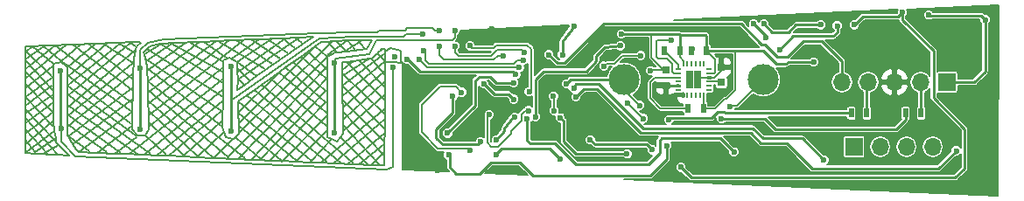
<source format=gbr>
G04 #@! TF.FileFunction,Copper,L2,Bot,Signal*
%FSLAX46Y46*%
G04 Gerber Fmt 4.6, Leading zero omitted, Abs format (unit mm)*
G04 Created by KiCad (PCBNEW 4.0.6) date 09/09/17 15:21:19*
%MOMM*%
%LPD*%
G01*
G04 APERTURE LIST*
%ADD10C,0.100000*%
%ADD11C,3.000000*%
%ADD12R,0.750000X0.800000*%
%ADD13R,1.700000X1.700000*%
%ADD14O,1.700000X1.700000*%
%ADD15R,0.500000X0.900000*%
%ADD16R,0.200000X0.550000*%
%ADD17R,0.550000X0.200000*%
%ADD18R,0.800000X0.875000*%
%ADD19C,0.600000*%
%ADD20C,0.152400*%
%ADD21C,0.250000*%
%ADD22C,0.203200*%
%ADD23C,0.152000*%
G04 APERTURE END LIST*
D10*
D11*
X161770000Y-69500000D03*
X175230000Y-69500000D03*
D12*
X165800000Y-70050000D03*
X165800000Y-68550000D03*
X171196000Y-68274500D03*
X171196000Y-69774500D03*
D13*
X193000000Y-69750000D03*
D14*
X190460000Y-69750000D03*
X187920000Y-69750000D03*
X185380000Y-69750000D03*
X182840000Y-69750000D03*
D13*
X184000000Y-76000000D03*
D14*
X186540000Y-76000000D03*
X189080000Y-76000000D03*
X191620000Y-76000000D03*
D15*
X189000000Y-72750000D03*
X190500000Y-72750000D03*
X183750000Y-72750000D03*
X185250000Y-72750000D03*
X169450000Y-72300000D03*
X167950000Y-72300000D03*
X169750000Y-66700000D03*
X168250000Y-66700000D03*
X167150000Y-66700000D03*
X165650000Y-66700000D03*
D16*
X167500000Y-68000000D03*
X167900000Y-68000000D03*
X168300000Y-68000000D03*
X168700000Y-68000000D03*
X169100000Y-68000000D03*
X169500000Y-68000000D03*
D17*
X170000000Y-68500000D03*
X170000000Y-68900000D03*
X170000000Y-69300000D03*
X170000000Y-69700000D03*
X170000000Y-70100000D03*
X170000000Y-70500000D03*
D16*
X169500000Y-71000000D03*
X169100000Y-71000000D03*
X168700000Y-71000000D03*
X168300000Y-71000000D03*
X167900000Y-71000000D03*
X167500000Y-71000000D03*
D17*
X167000000Y-70500000D03*
X167000000Y-70100000D03*
X167000000Y-69700000D03*
X167000000Y-69300000D03*
X167000000Y-68900000D03*
X167000000Y-68500000D03*
D18*
X168900000Y-69935000D03*
X168100000Y-69935000D03*
X168900000Y-69065000D03*
X168100000Y-69065000D03*
D19*
X172021500Y-72136000D03*
X163258500Y-72009000D03*
X156200000Y-69900000D03*
X151100000Y-69800000D03*
X144700000Y-74700000D03*
X182400000Y-64300000D03*
X176800000Y-66600000D03*
X163703000Y-71374000D03*
X164973000Y-73342500D03*
X143700500Y-78295500D03*
X171196000Y-68084000D03*
X165798500Y-70866000D03*
X195400000Y-68200000D03*
X170325000Y-78000000D03*
X150939500Y-72390000D03*
X149000000Y-64600000D03*
X153400000Y-67000000D03*
X157300000Y-67900000D03*
X160200000Y-67200000D03*
X156500000Y-73200000D03*
X149400000Y-78250000D03*
X151000000Y-78400000D03*
X160300000Y-73300000D03*
X161950000Y-74700000D03*
X174000000Y-77200000D03*
X175050000Y-74000000D03*
X176800000Y-63800000D03*
X179800000Y-66500000D03*
X191200000Y-64800000D03*
X193475000Y-64000000D03*
X164338000Y-68643500D03*
X162115500Y-71755000D03*
X163639500Y-73279000D03*
X146875500Y-76390500D03*
X146050000Y-70739000D03*
X161500000Y-65100000D03*
X180100000Y-67800000D03*
X149400000Y-76750000D03*
X155600000Y-77200000D03*
X191250000Y-63250000D03*
X196700000Y-63700000D03*
X156950000Y-64300000D03*
X155800000Y-67100000D03*
X167275000Y-78000000D03*
X184050000Y-64200000D03*
X188700000Y-63000000D03*
X154500000Y-67100000D03*
X158500000Y-75350000D03*
X164500000Y-76300000D03*
X171200000Y-73300000D03*
X155600000Y-73200000D03*
X162052000Y-76708000D03*
X166100000Y-73400000D03*
X168338500Y-66548000D03*
X166370000Y-65722500D03*
X165671500Y-66675000D03*
X163385500Y-67183000D03*
X159829500Y-68199000D03*
X151638000Y-68326000D03*
X141986000Y-67564000D03*
X140800000Y-67550000D03*
X151300000Y-69000000D03*
X148717000Y-72898000D03*
X152527000Y-72517000D03*
X155003500Y-72517000D03*
X154940000Y-71120000D03*
X152590500Y-70675500D03*
X146875500Y-66230500D03*
X145400000Y-66250000D03*
X152082500Y-66865500D03*
X152019000Y-67627500D03*
X142367000Y-66738500D03*
X143900000Y-66250000D03*
X150114000Y-67183000D03*
X148200000Y-69900000D03*
X151100000Y-71400000D03*
X147900000Y-75500000D03*
X145200000Y-71100000D03*
X149400000Y-75350000D03*
X151193500Y-73152000D03*
X193900000Y-76400000D03*
X157100000Y-71200000D03*
X156900000Y-70300000D03*
X181100000Y-77300000D03*
X165900000Y-75900000D03*
X144800000Y-76800000D03*
X175300000Y-64100000D03*
X180800000Y-64200000D03*
X174300000Y-64100000D03*
X161417000Y-66230500D03*
X153200000Y-73100000D03*
X175500000Y-65400000D03*
X152400000Y-73279000D03*
X172400000Y-76500000D03*
X139547600Y-67259200D03*
X133781800Y-67919600D03*
X145400000Y-64750000D03*
X133781800Y-74676000D03*
X123748800Y-68249800D03*
X123748800Y-74523600D03*
X142300000Y-65091000D03*
X114960400Y-68376800D03*
X143900000Y-64750000D03*
X114985800Y-74320400D03*
X107289600Y-74218800D03*
X139446000Y-68326000D03*
X107238800Y-68630800D03*
D20*
X134483741Y-68549725D02*
X135620881Y-67678811D01*
X134497868Y-69190149D02*
X137149652Y-67494304D01*
X134531677Y-70094491D02*
X138680883Y-66943199D01*
X138680883Y-66943199D02*
X138680883Y-66943180D01*
X134539877Y-71094557D02*
X138627061Y-67749579D01*
X134563406Y-72161205D02*
X138665798Y-68610092D01*
X138665798Y-68610092D02*
X138665798Y-68610079D01*
X134590981Y-73411272D02*
X138656247Y-69665517D01*
X138656247Y-69665517D02*
X138656247Y-69665469D01*
X134615189Y-74508701D02*
X138645090Y-70898311D01*
X138645090Y-70898311D02*
X138645090Y-70898323D01*
X138673107Y-67802431D02*
X138627061Y-67749579D01*
X138627061Y-67749579D02*
X137928560Y-66947840D01*
X138661932Y-69037274D02*
X137261931Y-67480753D01*
X138650629Y-70286261D02*
X136139974Y-67616162D01*
X138639175Y-71551934D02*
X134940598Y-67760914D01*
X138627040Y-72892858D02*
X134490795Y-68869494D01*
X134490795Y-68869494D02*
X134490795Y-68869506D01*
X138614081Y-74324834D02*
X134531677Y-70094491D01*
X134531677Y-70094491D02*
X134517493Y-70079793D01*
X134517493Y-70079793D02*
X134517492Y-70079792D01*
X134517492Y-70079792D02*
X134517492Y-70079770D01*
X138603456Y-75498902D02*
X134546763Y-71406713D01*
X134546763Y-71406713D02*
X134546763Y-71406722D01*
X138590768Y-76900932D02*
X134573814Y-72633030D01*
X134573814Y-72633030D02*
X134573814Y-72633034D01*
X138089640Y-77724000D02*
X134602289Y-73923882D01*
X134602289Y-73923882D02*
X134602289Y-73923901D01*
X137067045Y-77757903D02*
X134328058Y-75091727D01*
X134328058Y-75091727D02*
X134328058Y-75091728D01*
X137266130Y-77766797D02*
X138593889Y-76556021D01*
X138593889Y-76556021D02*
X138593889Y-76556060D01*
X136094308Y-77714448D02*
X138601447Y-75720862D01*
X138601447Y-75720862D02*
X138601447Y-75720897D01*
X134993777Y-77665283D02*
X138611372Y-74624180D01*
X133668500Y-77606078D02*
X138623206Y-73316532D01*
X138623206Y-73316532D02*
X138623206Y-73316517D01*
X132448331Y-77551569D02*
X138632386Y-72302143D01*
X138632386Y-72302143D02*
X138632386Y-72302122D01*
X134866380Y-66718180D02*
X136460009Y-65684400D01*
X133024880Y-67127120D02*
X135034910Y-65701935D01*
X136042400Y-65684400D02*
X136646920Y-66487040D01*
X135034910Y-65701935D02*
X135722360Y-66568320D01*
X133895546Y-65783318D02*
X134807960Y-66659760D01*
X134807960Y-66659760D02*
X134866380Y-66718180D01*
X134866380Y-66718180D02*
X134894093Y-66745893D01*
X133124056Y-65838425D02*
X133987893Y-66835027D01*
X131868577Y-66293129D02*
X133079298Y-67276068D01*
X131233310Y-66747466D02*
X133087557Y-68559387D01*
X133087557Y-68559387D02*
X133087557Y-68559422D01*
X130511374Y-67263787D02*
X132951204Y-69439809D01*
X129777888Y-67788369D02*
X132921026Y-70611110D01*
X128996860Y-68346952D02*
X132936689Y-71722192D01*
X128388915Y-68800540D02*
X132953760Y-72710040D01*
X127529951Y-69396070D02*
X132938520Y-73974960D01*
X126740245Y-69960860D02*
X135620760Y-77602080D01*
X126029859Y-70468921D02*
X134423005Y-77639785D01*
X125261786Y-71018239D02*
X133029960Y-77495400D01*
X124409200Y-71628000D02*
X131535270Y-77360618D01*
X124455374Y-72746084D02*
X130130486Y-77325158D01*
X124484001Y-73946831D02*
X128652176Y-77381982D01*
X128652176Y-77381982D02*
X128652176Y-77416425D01*
X124251720Y-75148440D02*
X126617237Y-77169312D01*
X131396827Y-77504595D02*
X131535270Y-77360618D01*
X131535270Y-77360618D02*
X133529748Y-75286420D01*
X130011390Y-77442703D02*
X130130486Y-77325158D01*
X130130486Y-77325158D02*
X133049343Y-74444303D01*
X133049343Y-74444303D02*
X133049343Y-74444378D01*
X128684754Y-77383437D02*
X128652176Y-77416425D01*
X128652176Y-77416425D02*
X133059020Y-72954168D01*
X133059020Y-72954168D02*
X133059020Y-72954120D01*
X127437563Y-77327720D02*
X132936689Y-71722192D01*
X132936689Y-71722192D02*
X133067888Y-71588454D01*
X133067888Y-71588454D02*
X133067888Y-71588448D01*
X126505018Y-77286060D02*
X126617237Y-77169312D01*
X126617237Y-77169312D02*
X132921026Y-70611110D01*
X132921026Y-70611110D02*
X132969000Y-70561200D01*
X125712078Y-77250637D02*
X132951204Y-69439809D01*
X132951204Y-69439809D02*
X133082762Y-69297861D01*
X133082762Y-69297861D02*
X133082762Y-69297852D01*
X124462849Y-77194830D02*
X133089715Y-68227120D01*
X133089715Y-68227120D02*
X133089715Y-68227090D01*
X124445584Y-72755904D02*
X124455374Y-72746084D01*
X124455374Y-72746084D02*
X128388915Y-68800540D01*
X128388915Y-68800540D02*
X128454197Y-68735059D01*
X124478044Y-73762164D02*
X131868577Y-66293129D01*
X124507911Y-74688041D02*
X133581001Y-65805786D01*
X123398280Y-77053440D02*
X133079298Y-67276068D01*
X133079298Y-67276068D02*
X133096000Y-67259200D01*
X124957507Y-69895839D02*
X125074707Y-70007990D01*
X129936112Y-65452757D02*
X130576320Y-65973960D01*
X128760865Y-65502241D02*
X129951480Y-66446400D01*
X127328278Y-65562561D02*
X129280920Y-66934080D01*
X125732832Y-65629737D02*
X128503680Y-67437000D01*
X124219696Y-65693448D02*
X127772160Y-67970400D01*
X124401340Y-69522780D02*
X130360379Y-65434893D01*
X130360379Y-65434893D02*
X130360378Y-65434893D01*
X124376077Y-68828594D02*
X128970321Y-65493422D01*
X124372033Y-67814779D02*
X127743565Y-65545075D01*
X123855480Y-67452240D02*
X126442425Y-65599860D01*
X124407983Y-69369991D02*
X124957507Y-69895839D01*
X124957507Y-69895839D02*
X124968000Y-69905880D01*
X124345471Y-68354201D02*
X125531880Y-69540120D01*
X124307600Y-67767200D02*
X124372033Y-67814779D01*
X124372033Y-67814779D02*
X126237600Y-69192350D01*
X122480927Y-65766660D02*
X127086360Y-68503800D01*
X121142821Y-65823002D02*
X123388775Y-67498110D01*
X119664595Y-65885243D02*
X122880120Y-67757040D01*
X118020306Y-66024896D02*
X122864880Y-68701920D01*
X116881724Y-66061633D02*
X122969531Y-69858739D01*
X122969531Y-69858739D02*
X122969531Y-69858763D01*
X115636040Y-66532760D02*
X122959331Y-71154204D01*
X122959331Y-71154204D02*
X122959331Y-71154163D01*
X115451747Y-67486286D02*
X122854720Y-72583040D01*
X115624882Y-68396640D02*
X122936591Y-74042096D01*
X122936591Y-74042096D02*
X122936591Y-74042143D01*
X115667967Y-69678419D02*
X125069600Y-77134720D01*
X115697281Y-70550510D02*
X123525280Y-77033120D01*
X115730075Y-71526132D02*
X122025855Y-77085961D01*
X122025855Y-77085961D02*
X122025855Y-77133139D01*
X115762915Y-72503121D02*
X120500134Y-76971085D01*
X115802463Y-73679674D02*
X119216327Y-76844766D01*
X115417600Y-74930000D02*
X117490240Y-76768960D01*
X122071310Y-77087992D02*
X122025855Y-77133139D01*
X122025855Y-77133139D02*
X123948146Y-75223869D01*
X120451300Y-77015620D02*
X120500134Y-76971085D01*
X120500134Y-76971085D02*
X123091071Y-74608258D01*
X119093565Y-76954965D02*
X119216327Y-76844766D01*
X119216327Y-76844766D02*
X122940849Y-73501405D01*
X122940849Y-73501405D02*
X122940849Y-73501377D01*
X117732119Y-76894144D02*
X122854720Y-72583040D01*
X116572562Y-76842343D02*
X122956564Y-71505555D01*
X122956564Y-71505555D02*
X122956564Y-71505572D01*
X115394537Y-76789716D02*
X122964995Y-70434890D01*
X122964995Y-70434890D02*
X122964995Y-70434835D01*
X115357036Y-67044301D02*
X116900960Y-66141600D01*
X115507206Y-67745095D02*
X118020306Y-66024896D01*
X118020306Y-66024896D02*
X118129929Y-65949860D01*
X115633126Y-68641899D02*
X119368812Y-65897696D01*
X119368812Y-65897696D02*
X119368811Y-65897697D01*
X115667967Y-69678419D02*
X120710107Y-65841221D01*
X115704878Y-70776521D02*
X122271009Y-65775498D01*
X122271009Y-65775498D02*
X122271008Y-65775498D01*
X122271008Y-65775498D02*
X122271008Y-65775499D01*
X115741037Y-71852251D02*
X123609522Y-65719140D01*
X115777948Y-72950353D02*
X124886720Y-65755520D01*
X115814153Y-74027452D02*
X122981743Y-68307868D01*
X122981743Y-68307868D02*
X122981743Y-68307839D01*
X113892040Y-76722594D02*
X122973377Y-69370277D01*
X122973377Y-69370277D02*
X122973377Y-69370321D01*
X107950000Y-74930000D02*
X110073440Y-76403200D01*
X107950000Y-73842880D02*
X111699040Y-76545440D01*
X107950000Y-72867520D02*
X113101120Y-76586080D01*
X107950000Y-71912480D02*
X114801132Y-76763206D01*
X107950000Y-70896480D02*
X115966240Y-76687680D01*
X107950000Y-70088760D02*
X114523520Y-74919840D01*
X107930535Y-69089910D02*
X114056160Y-73700640D01*
X107341256Y-67675029D02*
X114162067Y-72650974D01*
X113978937Y-65946544D02*
X114503200Y-66263520D01*
X112837928Y-65921003D02*
X114360960Y-66873120D01*
X111352913Y-65982879D02*
X114227297Y-67915555D01*
X109929598Y-66042184D02*
X114178080Y-69372480D01*
X108427678Y-66104764D02*
X114178080Y-70510400D01*
X106733457Y-66175356D02*
X114222474Y-71793390D01*
X114222474Y-71793390D02*
X114222474Y-71793403D01*
X112490035Y-76659961D02*
X114645440Y-75041760D01*
X110764463Y-76582874D02*
X114156937Y-74005269D01*
X114156937Y-74005269D02*
X114156937Y-74005276D01*
X109016800Y-76504800D02*
X114162067Y-72650974D01*
X114162067Y-72650974D02*
X114197859Y-72624166D01*
X114197859Y-72624166D02*
X114197859Y-72624159D01*
X108418866Y-75721212D02*
X114234328Y-71393336D01*
X114234328Y-71393336D02*
X114234328Y-71393330D01*
X107994395Y-75004917D02*
X114269171Y-70217379D01*
X107950000Y-74066400D02*
X114307605Y-68920244D01*
X114307605Y-68920244D02*
X114307605Y-68920231D01*
X107950000Y-73091040D02*
X114227297Y-67915555D01*
X114227297Y-67915555D02*
X114340130Y-67822527D01*
X114340130Y-67822527D02*
X114340130Y-67822512D01*
X107950000Y-72161400D02*
X114532186Y-66628024D01*
X107950000Y-71109840D02*
X113978937Y-65946544D01*
X113978937Y-65946544D02*
X114068637Y-65869723D01*
X114068637Y-65869723D02*
X114068636Y-65869724D01*
X107950000Y-70088760D02*
X112974120Y-66004440D01*
X107936163Y-69236238D02*
X111798010Y-65964333D01*
X107899785Y-68290410D02*
X110635548Y-66012769D01*
X107340400Y-67675760D02*
X107341256Y-67675029D01*
X107341256Y-67675029D02*
X109217901Y-66071838D01*
X105591407Y-66271673D02*
X107340400Y-67675760D01*
X104501357Y-66279874D02*
X106527600Y-67970400D01*
X103917921Y-66749146D02*
X106415840Y-69174360D01*
X103883622Y-66776734D02*
X103917921Y-66749146D01*
X103917921Y-66749146D02*
X104501357Y-66279874D01*
X104501357Y-66279874D02*
X104516454Y-66267731D01*
X103879920Y-67528240D02*
X105591407Y-66271673D01*
X105591407Y-66271673D02*
X105661775Y-66220009D01*
X105661775Y-66220009D02*
X105661774Y-66220009D01*
X103875139Y-68498783D02*
X106733457Y-66175356D01*
X103870635Y-69413095D02*
X107815389Y-66130275D01*
X107815389Y-66130275D02*
X107815388Y-66130275D01*
X107815388Y-66130275D02*
X107815388Y-66130276D01*
X103879420Y-67629740D02*
X106527600Y-70601615D01*
X103873839Y-68762683D02*
X106527600Y-71414583D01*
X103868257Y-69895829D02*
X106436160Y-72557640D01*
X103892603Y-71162885D02*
X106507280Y-73939400D01*
X103866056Y-70342632D02*
X106527600Y-68173394D01*
X103861903Y-71185691D02*
X103892603Y-71162885D01*
X103892603Y-71162885D02*
X106527600Y-69205419D01*
X106527600Y-69205419D02*
X106537760Y-69220080D01*
X106537760Y-69220080D02*
X106527600Y-69220080D01*
X103857799Y-72018803D02*
X106436160Y-70098920D01*
X106527600Y-70891400D02*
X103853971Y-72795903D01*
X103853971Y-72795903D02*
X103853971Y-72795887D01*
X103849340Y-73735980D02*
X106527600Y-71661566D01*
X103844184Y-74782648D02*
X106527600Y-72647441D01*
X103839305Y-75773085D02*
X106527600Y-73507600D01*
X106776428Y-75207925D02*
X104801998Y-76539887D01*
X104801998Y-76539887D02*
X104801998Y-76539886D01*
X106666473Y-74456566D02*
X103977440Y-76489560D01*
X107104180Y-75862180D02*
X105582894Y-76710429D01*
X103856122Y-72359234D02*
X106825813Y-75545389D01*
X103851868Y-73222796D02*
X107022956Y-76796147D01*
X103846663Y-74279411D02*
X106023357Y-76736647D01*
X103841257Y-75376829D02*
X104801998Y-76539886D01*
X104801998Y-76539886D02*
X104909778Y-76670363D01*
X103835200Y-76606400D02*
X104909778Y-76670363D01*
X104909778Y-76670363D02*
X105582894Y-76710429D01*
X105582894Y-76710429D02*
X106023357Y-76736647D01*
X106023357Y-76736647D02*
X107022956Y-76796147D01*
X107022956Y-76796147D02*
X108102400Y-76860400D01*
X138379200Y-66497200D02*
X137928560Y-66947840D01*
X137928560Y-66947840D02*
X137414000Y-67462400D01*
X138684919Y-66497200D02*
X138379200Y-66497200D01*
X138582400Y-77825600D02*
X138590768Y-76900932D01*
X138590768Y-76900932D02*
X138593889Y-76556060D01*
X138593889Y-76556060D02*
X138601447Y-75720897D01*
X138601447Y-75720897D02*
X138603456Y-75498902D01*
X138603456Y-75498902D02*
X138611372Y-74624180D01*
X138611372Y-74624180D02*
X138614081Y-74324834D01*
X138614081Y-74324834D02*
X138623206Y-73316517D01*
X138623206Y-73316517D02*
X138627040Y-72892858D01*
X138627040Y-72892858D02*
X138632386Y-72302122D01*
X138632386Y-72302122D02*
X138639175Y-71551934D01*
X138639175Y-71551934D02*
X138645090Y-70898323D01*
X138645090Y-70898323D02*
X138650629Y-70286261D01*
X138650629Y-70286261D02*
X138656247Y-69665469D01*
X138656247Y-69665469D02*
X138661932Y-69037274D01*
X138661932Y-69037274D02*
X138665798Y-68610079D01*
X138665798Y-68610079D02*
X138673107Y-67802431D01*
X138673107Y-67802431D02*
X138680883Y-66943180D01*
X138680883Y-66943180D02*
X138682524Y-66761849D01*
X138682524Y-66761849D02*
X138684919Y-66497200D01*
X109016800Y-76504800D02*
X110764463Y-76582874D01*
X110764463Y-76582874D02*
X112490035Y-76659961D01*
X112490035Y-76659961D02*
X113892040Y-76722594D01*
X113892040Y-76722594D02*
X114801132Y-76763206D01*
X114801132Y-76763206D02*
X115394537Y-76789716D01*
X115394537Y-76789716D02*
X116572562Y-76842343D01*
X116572562Y-76842343D02*
X117732119Y-76894144D01*
X117732119Y-76894144D02*
X119093565Y-76954965D01*
X119093565Y-76954965D02*
X120451300Y-77015620D01*
X120451300Y-77015620D02*
X122071310Y-77087992D01*
X122071310Y-77087992D02*
X124462849Y-77194830D01*
X124462849Y-77194830D02*
X125712078Y-77250637D01*
X125712078Y-77250637D02*
X126505018Y-77286060D01*
X126505018Y-77286060D02*
X127437563Y-77327720D01*
X127437563Y-77327720D02*
X128684754Y-77383437D01*
X128684754Y-77383437D02*
X130011390Y-77442703D01*
X130011390Y-77442703D02*
X131396827Y-77504595D01*
X131396827Y-77504595D02*
X132448331Y-77551569D01*
X132448331Y-77551569D02*
X133668500Y-77606078D01*
X133668500Y-77606078D02*
X134423005Y-77639785D01*
X134423005Y-77639785D02*
X134993777Y-77665283D01*
X134993777Y-77665283D02*
X136094308Y-77714448D01*
X136094308Y-77714448D02*
X137067045Y-77757903D01*
X137067045Y-77757903D02*
X137266130Y-77766797D01*
X137266130Y-77766797D02*
X138582400Y-77825600D01*
X108762800Y-76301600D02*
X109016800Y-76504800D01*
X107950000Y-74930000D02*
X107994395Y-75004917D01*
X107994395Y-75004917D02*
X108418866Y-75721212D01*
X108418866Y-75721212D02*
X108762800Y-76301600D01*
X107950000Y-69596000D02*
X107950000Y-70088760D01*
X107950000Y-70088760D02*
X107950000Y-70896480D01*
X107950000Y-70896480D02*
X107950000Y-71109840D01*
X107950000Y-71109840D02*
X107950000Y-71912480D01*
X107950000Y-71912480D02*
X107950000Y-72161400D01*
X107950000Y-72161400D02*
X107950000Y-72867520D01*
X107950000Y-72867520D02*
X107950000Y-73091040D01*
X107950000Y-73091040D02*
X107950000Y-73842880D01*
X107950000Y-73842880D02*
X107950000Y-74066400D01*
X107950000Y-74066400D02*
X107950000Y-74930000D01*
X107899200Y-68275200D02*
X107899785Y-68290410D01*
X107899785Y-68290410D02*
X107930535Y-69089910D01*
X107930535Y-69089910D02*
X107936163Y-69236238D01*
X107936163Y-69236238D02*
X107950000Y-69596000D01*
X107289600Y-67767200D02*
X107899200Y-68275200D01*
X106527600Y-67970400D02*
X107289600Y-67767200D01*
X106527600Y-73507600D02*
X106527600Y-72647441D01*
X106527600Y-72647441D02*
X106527600Y-71661566D01*
X106527600Y-71661566D02*
X106527600Y-71414583D01*
X106527600Y-71414583D02*
X106527600Y-70891400D01*
X106527600Y-70891400D02*
X106527600Y-70601615D01*
X106527600Y-70601615D02*
X106527600Y-69220080D01*
X106527600Y-69220080D02*
X106527600Y-68173394D01*
X106527600Y-68173394D02*
X106527600Y-67970400D01*
X106832400Y-75590400D02*
X106825813Y-75545389D01*
X106825813Y-75545389D02*
X106776428Y-75207925D01*
X106776428Y-75207925D02*
X106666473Y-74456566D01*
X106666473Y-74456566D02*
X106527600Y-73507600D01*
X108102400Y-76860400D02*
X107104180Y-75862180D01*
X107104180Y-75862180D02*
X106832400Y-75590400D01*
X103886000Y-66294000D02*
X103883622Y-66776734D01*
X103883622Y-66776734D02*
X103879920Y-67528240D01*
X103879920Y-67528240D02*
X103879420Y-67629740D01*
X103879420Y-67629740D02*
X103875139Y-68498783D01*
X103875139Y-68498783D02*
X103873839Y-68762683D01*
X103873839Y-68762683D02*
X103870635Y-69413095D01*
X103870635Y-69413095D02*
X103868257Y-69895829D01*
X103868257Y-69895829D02*
X103866056Y-70342632D01*
X103866056Y-70342632D02*
X103861903Y-71185691D01*
X103861903Y-71185691D02*
X103857799Y-72018803D01*
X103857799Y-72018803D02*
X103856122Y-72359234D01*
X103856122Y-72359234D02*
X103853971Y-72795887D01*
X103853971Y-72795887D02*
X103851868Y-73222796D01*
X103851868Y-73222796D02*
X103849340Y-73735980D01*
X103849340Y-73735980D02*
X103846663Y-74279411D01*
X103846663Y-74279411D02*
X103844184Y-74782648D01*
X103844184Y-74782648D02*
X103841257Y-75376829D01*
X103841257Y-75376829D02*
X103839305Y-75773085D01*
X103839305Y-75773085D02*
X103835200Y-76606400D01*
X114858800Y-65836800D02*
X114068636Y-65869724D01*
X114068636Y-65869724D02*
X112837928Y-65921003D01*
X112837928Y-65921003D02*
X111798010Y-65964333D01*
X111798010Y-65964333D02*
X111352913Y-65982879D01*
X111352913Y-65982879D02*
X110635548Y-66012769D01*
X110635548Y-66012769D02*
X109929598Y-66042184D01*
X109929598Y-66042184D02*
X109217901Y-66071838D01*
X109217901Y-66071838D02*
X108427678Y-66104764D01*
X108427678Y-66104764D02*
X107815388Y-66130276D01*
X107815388Y-66130276D02*
X106733457Y-66175356D01*
X106733457Y-66175356D02*
X105661774Y-66220009D01*
X105661774Y-66220009D02*
X104516454Y-66267731D01*
X104516454Y-66267731D02*
X103886000Y-66294000D01*
X115011200Y-65938400D02*
X114858800Y-65836800D01*
X114604800Y-66294000D02*
X115011200Y-65938400D01*
X114350800Y-67462400D02*
X114532186Y-66628024D01*
X114532186Y-66628024D02*
X114604800Y-66294000D01*
X114147600Y-74320400D02*
X114156937Y-74005276D01*
X114156937Y-74005276D02*
X114197859Y-72624159D01*
X114197859Y-72624159D02*
X114222474Y-71793403D01*
X114222474Y-71793403D02*
X114234328Y-71393330D01*
X114234328Y-71393330D02*
X114269171Y-70217379D01*
X114269171Y-70217379D02*
X114307605Y-68920231D01*
X114307605Y-68920231D02*
X114340130Y-67822512D01*
X114340130Y-67822512D02*
X114350800Y-67462400D01*
X114655600Y-74930000D02*
X114147600Y-74320400D01*
X115417600Y-74930000D02*
X114655600Y-74930000D01*
X115824000Y-74320400D02*
X115417600Y-74930000D01*
X115620800Y-68275200D02*
X115624882Y-68396640D01*
X115624882Y-68396640D02*
X115633126Y-68641899D01*
X115633126Y-68641899D02*
X115667967Y-69678419D01*
X115667967Y-69678419D02*
X115697281Y-70550510D01*
X115697281Y-70550510D02*
X115704878Y-70776521D01*
X115704878Y-70776521D02*
X115730075Y-71526132D01*
X115730075Y-71526132D02*
X115741037Y-71852251D01*
X115741037Y-71852251D02*
X115762915Y-72503121D01*
X115762915Y-72503121D02*
X115777948Y-72950353D01*
X115777948Y-72950353D02*
X115802463Y-73679674D01*
X115802463Y-73679674D02*
X115814153Y-74027452D01*
X115814153Y-74027452D02*
X115824000Y-74320400D01*
X115316000Y-66852800D02*
X115357036Y-67044301D01*
X115357036Y-67044301D02*
X115451747Y-67486286D01*
X115451747Y-67486286D02*
X115507206Y-67745095D01*
X115507206Y-67745095D02*
X115620800Y-68275200D01*
X115874800Y-66294000D02*
X115636040Y-66532760D01*
X115636040Y-66532760D02*
X115316000Y-66852800D01*
X117195600Y-65989200D02*
X116881724Y-66061633D01*
X116881724Y-66061633D02*
X115874800Y-66294000D01*
X131673600Y-65379600D02*
X130360378Y-65434893D01*
X130360378Y-65434893D02*
X129936112Y-65452757D01*
X129936112Y-65452757D02*
X128970321Y-65493422D01*
X128970321Y-65493422D02*
X128760865Y-65502241D01*
X128760865Y-65502241D02*
X127743565Y-65545075D01*
X127743565Y-65545075D02*
X127328278Y-65562561D01*
X127328278Y-65562561D02*
X126442425Y-65599860D01*
X126442425Y-65599860D02*
X125732832Y-65629737D01*
X125732832Y-65629737D02*
X124219696Y-65693448D01*
X124219696Y-65693448D02*
X123609522Y-65719140D01*
X123609522Y-65719140D02*
X122480927Y-65766660D01*
X122480927Y-65766660D02*
X122271008Y-65775499D01*
X122271008Y-65775499D02*
X121142821Y-65823002D01*
X121142821Y-65823002D02*
X120710107Y-65841221D01*
X120710107Y-65841221D02*
X119664595Y-65885243D01*
X119664595Y-65885243D02*
X119368811Y-65897697D01*
X119368811Y-65897697D02*
X118129929Y-65949860D01*
X118129929Y-65949860D02*
X117195600Y-65989200D01*
X124358400Y-70510400D02*
X125074707Y-70007990D01*
X125074707Y-70007990D02*
X126237600Y-69192350D01*
X126237600Y-69192350D02*
X131673600Y-65379600D01*
X124409200Y-69342000D02*
X124407983Y-69369991D01*
X124407983Y-69369991D02*
X124401340Y-69522780D01*
X124401340Y-69522780D02*
X124358400Y-70510400D01*
X124307600Y-67767200D02*
X124345471Y-68354201D01*
X124345471Y-68354201D02*
X124376077Y-68828594D01*
X124376077Y-68828594D02*
X124409200Y-69342000D01*
X123596400Y-67411600D02*
X124307600Y-67767200D01*
X122986800Y-67665600D02*
X123388775Y-67498110D01*
X123388775Y-67498110D02*
X123596400Y-67411600D01*
X122936000Y-74117200D02*
X122936591Y-74042143D01*
X122936591Y-74042143D02*
X122940849Y-73501377D01*
X122940849Y-73501377D02*
X122956564Y-71505572D01*
X122956564Y-71505572D02*
X122959331Y-71154163D01*
X122959331Y-71154163D02*
X122964995Y-70434835D01*
X122964995Y-70434835D02*
X122969531Y-69858763D01*
X122969531Y-69858763D02*
X122973377Y-69370321D01*
X122973377Y-69370321D02*
X122981743Y-68307839D01*
X122981743Y-68307839D02*
X122986800Y-67665600D01*
X123240800Y-75082400D02*
X123091071Y-74608258D01*
X123091071Y-74608258D02*
X122936000Y-74117200D01*
X124002800Y-75234800D02*
X123948146Y-75223869D01*
X123948146Y-75223869D02*
X123240800Y-75082400D01*
X124510800Y-74777600D02*
X124002800Y-75234800D01*
X124409200Y-71628000D02*
X124445584Y-72755904D01*
X124445584Y-72755904D02*
X124478044Y-73762164D01*
X124478044Y-73762164D02*
X124484001Y-73946831D01*
X124484001Y-73946831D02*
X124507911Y-74688041D01*
X124507911Y-74688041D02*
X124510800Y-74777600D01*
X132435600Y-65887600D02*
X131868577Y-66293129D01*
X131868577Y-66293129D02*
X131233310Y-66747466D01*
X131233310Y-66747466D02*
X130511374Y-67263787D01*
X130511374Y-67263787D02*
X129777888Y-67788369D01*
X129777888Y-67788369D02*
X128996860Y-68346952D01*
X128996860Y-68346952D02*
X128454197Y-68735059D01*
X128454197Y-68735059D02*
X127529951Y-69396070D01*
X127529951Y-69396070D02*
X126740245Y-69960860D01*
X126740245Y-69960860D02*
X126029859Y-70468921D01*
X126029859Y-70468921D02*
X125261786Y-71018239D01*
X125261786Y-71018239D02*
X124409200Y-71628000D01*
X135280400Y-65684400D02*
X135034910Y-65701935D01*
X135034910Y-65701935D02*
X133895546Y-65783318D01*
X133895546Y-65783318D02*
X133581001Y-65805786D01*
X133581001Y-65805786D02*
X133124056Y-65838425D01*
X133124056Y-65838425D02*
X132435600Y-65887600D01*
X137363200Y-65684400D02*
X136460009Y-65684400D01*
X136460009Y-65684400D02*
X136042400Y-65684400D01*
X136042400Y-65684400D02*
X135280400Y-65684400D01*
X136906000Y-66548000D02*
X137363200Y-65684400D01*
X133807200Y-66852800D02*
X133987893Y-66835027D01*
X133987893Y-66835027D02*
X134894093Y-66745893D01*
X134894093Y-66745893D02*
X136906000Y-66548000D01*
X133096000Y-67259200D02*
X133807200Y-66852800D01*
X133045200Y-75082400D02*
X133049343Y-74444378D01*
X133049343Y-74444378D02*
X133059020Y-72954120D01*
X133059020Y-72954120D02*
X133067888Y-71588448D01*
X133067888Y-71588448D02*
X133082762Y-69297852D01*
X133082762Y-69297852D02*
X133087557Y-68559422D01*
X133087557Y-68559422D02*
X133089715Y-68227090D01*
X133089715Y-68227090D02*
X133096000Y-67259200D01*
X134010400Y-75488800D02*
X133529748Y-75286420D01*
X133529748Y-75286420D02*
X133045200Y-75082400D01*
X134620000Y-74726800D02*
X134328058Y-75091728D01*
X134328058Y-75091728D02*
X134010400Y-75488800D01*
X134467600Y-67818000D02*
X134483741Y-68549725D01*
X134483741Y-68549725D02*
X134490795Y-68869506D01*
X134490795Y-68869506D02*
X134497868Y-69190149D01*
X134497868Y-69190149D02*
X134517492Y-70079770D01*
X134517492Y-70079770D02*
X134539877Y-71094557D01*
X134539877Y-71094557D02*
X134546763Y-71406722D01*
X134546763Y-71406722D02*
X134563406Y-72161205D01*
X134563406Y-72161205D02*
X134573814Y-72633034D01*
X134573814Y-72633034D02*
X134590981Y-73411272D01*
X134590981Y-73411272D02*
X134602289Y-73923901D01*
X134602289Y-73923901D02*
X134615189Y-74508701D01*
X134615189Y-74508701D02*
X134620000Y-74726800D01*
X137414000Y-67462400D02*
X137261931Y-67480753D01*
X137261931Y-67480753D02*
X137149652Y-67494304D01*
X137149652Y-67494304D02*
X136139974Y-67616162D01*
X136139974Y-67616162D02*
X135620881Y-67678811D01*
X135620881Y-67678811D02*
X134940598Y-67760914D01*
X134940598Y-67760914D02*
X134467600Y-67818000D01*
X138379200Y-66497200D02*
X138226800Y-66497200D01*
X140436109Y-67964641D02*
X139674600Y-67818000D01*
X139674600Y-67818000D02*
X139532360Y-67797680D01*
X139532360Y-67797680D02*
X139308840Y-67777360D01*
X139308840Y-67777360D02*
X138673107Y-67802431D01*
X140502640Y-68026280D02*
X140436109Y-67964641D01*
X140436109Y-67964641D02*
X140157200Y-67706240D01*
X140157200Y-67706240D02*
X140192760Y-66700400D01*
X140192760Y-66700400D02*
X139125960Y-66410840D01*
X139125960Y-66410840D02*
X138682524Y-66761894D01*
X138682524Y-66761894D02*
X138682524Y-66761849D01*
X161770000Y-69500000D02*
X161770000Y-70520500D01*
X161770000Y-70520500D02*
X163258500Y-72009000D01*
X172721000Y-72009000D02*
X175230000Y-69500000D01*
X172148500Y-72009000D02*
X172721000Y-72009000D01*
X172021500Y-72136000D02*
X172148500Y-72009000D01*
D21*
X156600000Y-69500000D02*
X161770000Y-69500000D01*
X156200000Y-69900000D02*
X156600000Y-69500000D01*
X149400000Y-69800000D02*
X151100000Y-69800000D01*
X148800000Y-69200000D02*
X149400000Y-69800000D01*
X147800000Y-69200000D02*
X148800000Y-69200000D01*
X147400000Y-69600000D02*
X147800000Y-69200000D01*
X147400000Y-72000000D02*
X147400000Y-69600000D01*
X144700000Y-74700000D02*
X147400000Y-72000000D01*
X182400000Y-64900000D02*
X182400000Y-64300000D01*
X182000000Y-65300000D02*
X182400000Y-64900000D01*
X178100000Y-65300000D02*
X182000000Y-65300000D01*
X176800000Y-66600000D02*
X178100000Y-65300000D01*
D20*
X170000000Y-69300000D02*
X169135000Y-69300000D01*
X169135000Y-69300000D02*
X168900000Y-69065000D01*
X170000000Y-69300000D02*
X170525490Y-69300000D01*
X170525490Y-69300000D02*
X171196000Y-68629490D01*
X171196000Y-68629490D02*
X171196000Y-68274500D01*
X164020500Y-72390000D02*
X164973000Y-73342500D01*
X164020500Y-72390000D02*
X164020500Y-71691500D01*
X164020500Y-71691500D02*
X163703000Y-71374000D01*
X143700500Y-78295500D02*
X143700500Y-78232000D01*
X165800000Y-70050000D02*
X166506500Y-70050000D01*
X166556500Y-70100000D02*
X167000000Y-70100000D01*
X166506500Y-70050000D02*
X166556500Y-70100000D01*
X165800000Y-70050000D02*
X165800000Y-70864500D01*
X165800000Y-70864500D02*
X165798500Y-70866000D01*
D21*
X191200000Y-64800000D02*
X191200000Y-65100000D01*
X194300000Y-68200000D02*
X195400000Y-68200000D01*
X191200000Y-65100000D02*
X194300000Y-68200000D01*
X170325000Y-78000000D02*
X170300000Y-78000000D01*
X149400000Y-78250000D02*
X149400000Y-78200000D01*
X161950000Y-74700000D02*
X162000000Y-74700000D01*
X175050000Y-74000000D02*
X175100000Y-74000000D01*
X191300000Y-64800000D02*
X191200000Y-64800000D01*
X193475000Y-64000000D02*
X193500000Y-64000000D01*
D20*
X169450000Y-72300000D02*
X170587500Y-72300000D01*
X172529500Y-70548500D02*
X172529500Y-66700000D01*
X171704000Y-71374000D02*
X172529500Y-70548500D01*
X171513500Y-71374000D02*
X171704000Y-71374000D01*
X170587500Y-72300000D02*
X171513500Y-71374000D01*
X164431500Y-68550000D02*
X165800000Y-68550000D01*
X164338000Y-68643500D02*
X164431500Y-68550000D01*
X163639500Y-73279000D02*
X162115500Y-71755000D01*
D22*
X146875500Y-76390500D02*
X146685000Y-76200000D01*
X146685000Y-76200000D02*
X143764000Y-76200000D01*
X143764000Y-76200000D02*
X142176500Y-74612500D01*
X142176500Y-74612500D02*
X142176500Y-71945500D01*
X142176500Y-71945500D02*
X143954500Y-70167500D01*
X143954500Y-70167500D02*
X145478500Y-70167500D01*
X145478500Y-70167500D02*
X146050000Y-70739000D01*
D20*
X165800000Y-68550000D02*
X165578000Y-68550000D01*
X165578000Y-68550000D02*
X164400000Y-67372000D01*
X164400000Y-67372000D02*
X164400000Y-65100000D01*
X170000000Y-68900000D02*
X170495000Y-68900000D01*
X170495000Y-68900000D02*
X170561000Y-68834000D01*
X170561000Y-68834000D02*
X170561000Y-67511000D01*
X170561000Y-67511000D02*
X169750000Y-66700000D01*
X169500000Y-71000000D02*
X169500000Y-72250000D01*
X169500000Y-72250000D02*
X169450000Y-72300000D01*
X167500000Y-68000000D02*
X167500000Y-67678000D01*
X167150000Y-67328000D02*
X167150000Y-66700000D01*
X167500000Y-67678000D02*
X167150000Y-67328000D01*
D21*
X169750000Y-66700000D02*
X169750000Y-65250000D01*
X169650000Y-65150000D02*
X167150000Y-65150000D01*
X169750000Y-65250000D02*
X169650000Y-65150000D01*
X161500000Y-65100000D02*
X164400000Y-65100000D01*
X164400000Y-65100000D02*
X167100000Y-65100000D01*
X167100000Y-65100000D02*
X167150000Y-65150000D01*
X167150000Y-65150000D02*
X167150000Y-66700000D01*
X180100000Y-67800000D02*
X177700000Y-67800000D01*
X177700000Y-67800000D02*
X177398595Y-67997860D01*
X177398595Y-67997860D02*
X176500000Y-68000000D01*
X176500000Y-68000000D02*
X175200000Y-66700000D01*
X175200000Y-66700000D02*
X172529500Y-66700000D01*
X172529500Y-66700000D02*
X169750000Y-66700000D01*
X154600000Y-76200000D02*
X155600000Y-77200000D01*
X149900000Y-76200000D02*
X154600000Y-76200000D01*
X149400000Y-76700000D02*
X149900000Y-76200000D01*
X149400000Y-76750000D02*
X149400000Y-76700000D01*
X196700000Y-63700000D02*
X196700000Y-68700000D01*
X195650000Y-69750000D02*
X193000000Y-69750000D01*
X196700000Y-68700000D02*
X195650000Y-69750000D01*
X196300000Y-63300000D02*
X196700000Y-63700000D01*
X191300000Y-63300000D02*
X196300000Y-63300000D01*
X191300000Y-63300000D02*
X191250000Y-63250000D01*
X155800000Y-65800000D02*
X155800000Y-67100000D01*
X156900000Y-64300000D02*
X155800000Y-65800000D01*
X156950000Y-64300000D02*
X156900000Y-64300000D01*
X188700000Y-63700000D02*
X188700000Y-63000000D01*
X191700000Y-66700000D02*
X188700000Y-63700000D01*
X191700000Y-71300000D02*
X191700000Y-66700000D01*
X194700000Y-74300000D02*
X191700000Y-71300000D01*
X194700000Y-78100000D02*
X194700000Y-74300000D01*
X193800000Y-79000000D02*
X194700000Y-78100000D01*
X168275000Y-79000000D02*
X193800000Y-79000000D01*
X167275000Y-78000000D02*
X168275000Y-79000000D01*
X184100000Y-64200000D02*
X184050000Y-64200000D01*
X184100000Y-64200000D02*
X184900000Y-63400000D01*
X184900000Y-63400000D02*
X188300000Y-63400000D01*
X188300000Y-63400000D02*
X188700000Y-63000000D01*
D20*
X170000000Y-69700000D02*
X171080000Y-69700000D01*
X171080000Y-69700000D02*
X171196000Y-69584000D01*
D21*
X190500000Y-72750000D02*
X190500000Y-69790000D01*
X190500000Y-69790000D02*
X190460000Y-69750000D01*
X185250000Y-72750000D02*
X185250000Y-69880000D01*
X185250000Y-69880000D02*
X185380000Y-69750000D01*
X182840000Y-67740000D02*
X182840000Y-69750000D01*
X180900000Y-65800000D02*
X182840000Y-67740000D01*
X179100000Y-65800000D02*
X180900000Y-65800000D01*
X177600000Y-67300000D02*
X179100000Y-65800000D01*
X176600000Y-67300000D02*
X177600000Y-67300000D01*
X175400000Y-66100000D02*
X176600000Y-67300000D01*
X175100000Y-66100000D02*
X175400000Y-66100000D01*
X173100000Y-64100000D02*
X175100000Y-66100000D01*
X159800000Y-64100000D02*
X173100000Y-64100000D01*
X156000000Y-67900000D02*
X159800000Y-64100000D01*
X155300000Y-67900000D02*
X156000000Y-67900000D01*
X154500000Y-67100000D02*
X155300000Y-67900000D01*
X182840000Y-69750000D02*
X182840000Y-69240000D01*
X164000000Y-75800000D02*
X164500000Y-76300000D01*
X159000000Y-75800000D02*
X164000000Y-75800000D01*
X158500000Y-75300000D02*
X159000000Y-75800000D01*
X158500000Y-75300000D02*
X158500000Y-75350000D01*
X189000000Y-72750000D02*
X189000000Y-73400000D01*
X175400000Y-73300000D02*
X171200000Y-73300000D01*
X176400000Y-74300000D02*
X175400000Y-73300000D01*
X188100000Y-74300000D02*
X176400000Y-74300000D01*
X189000000Y-73400000D02*
X188100000Y-74300000D01*
X183750000Y-72750000D02*
X171550000Y-72750000D01*
X155900000Y-73500000D02*
X155600000Y-73200000D01*
X155900000Y-75500000D02*
X155900000Y-73500000D01*
X157100000Y-76700000D02*
X155900000Y-75500000D01*
X160900000Y-76700000D02*
X157100000Y-76700000D01*
X162052000Y-76708000D02*
X160900000Y-76700000D01*
X166300000Y-73200000D02*
X166100000Y-73400000D01*
X170200000Y-73200000D02*
X166300000Y-73200000D01*
X170800000Y-72600000D02*
X170200000Y-73200000D01*
X171400000Y-72600000D02*
X170800000Y-72600000D01*
X171550000Y-72750000D02*
X171400000Y-72600000D01*
D20*
X167950000Y-72300000D02*
X165264000Y-72300000D01*
X164761000Y-69300000D02*
X167000000Y-69300000D01*
X164274500Y-69786500D02*
X164761000Y-69300000D01*
X164293767Y-71311059D02*
X164274500Y-69786500D01*
X165264000Y-72300000D02*
X164293767Y-71311059D01*
X167000000Y-68900000D02*
X166563000Y-68900000D01*
X168338500Y-66548000D02*
X168250000Y-66636500D01*
X164973000Y-65722500D02*
X166370000Y-65722500D01*
X164909500Y-65786000D02*
X164973000Y-65722500D01*
X164909500Y-67310000D02*
X164909500Y-65786000D01*
X165100000Y-67500500D02*
X164909500Y-67310000D01*
X165925500Y-67500500D02*
X165100000Y-67500500D01*
X166433500Y-68008500D02*
X165925500Y-67500500D01*
X166433500Y-68770500D02*
X166433500Y-68008500D01*
X166563000Y-68900000D02*
X166433500Y-68770500D01*
X168250000Y-66636500D02*
X168250000Y-66700000D01*
X165671500Y-66675000D02*
X165650000Y-66696500D01*
X163385500Y-67183000D02*
X163385500Y-67183000D01*
X161607500Y-67183000D02*
X163385500Y-67183000D01*
X160845500Y-67945000D02*
X161607500Y-67183000D01*
X160083500Y-67945000D02*
X160845500Y-67945000D01*
X159829500Y-68199000D02*
X160083500Y-67945000D01*
X165650000Y-66696500D02*
X165650000Y-66700000D01*
X165650000Y-66700000D02*
X165650000Y-66717000D01*
X165650000Y-66717000D02*
X167000000Y-68067000D01*
X167000000Y-68067000D02*
X167000000Y-68500000D01*
D22*
X151633398Y-68321398D02*
X151638000Y-68326000D01*
X142743398Y-68321398D02*
X151633398Y-68321398D01*
X141986000Y-67564000D02*
X142743398Y-68321398D01*
D21*
X151000000Y-68700000D02*
X151300000Y-69000000D01*
X142000000Y-68700000D02*
X151000000Y-68700000D01*
X140800000Y-67500000D02*
X142000000Y-68700000D01*
X140800000Y-67500000D02*
X140800000Y-67550000D01*
D22*
X150812500Y-74485500D02*
X151828500Y-73469500D01*
X148717000Y-72898000D02*
X148526500Y-73088500D01*
X148526500Y-73088500D02*
X148526500Y-75628500D01*
X148526500Y-75628500D02*
X148913788Y-76015788D01*
X148913788Y-76015788D02*
X149536212Y-76015788D01*
X149536212Y-76015788D02*
X150812500Y-74739500D01*
X150812500Y-74739500D02*
X150812500Y-74485500D01*
X152209500Y-72517000D02*
X152527000Y-72517000D01*
X151828500Y-72898000D02*
X152209500Y-72517000D01*
X151828500Y-73469500D02*
X151828500Y-72898000D01*
X155003500Y-71183500D02*
X155003500Y-72517000D01*
X154940000Y-71120000D02*
X155003500Y-71183500D01*
X152781000Y-70485000D02*
X152590500Y-70675500D01*
X152781000Y-66548000D02*
X152781000Y-70485000D01*
X152400000Y-66167000D02*
X152781000Y-66548000D01*
X149415500Y-66167000D02*
X152400000Y-66167000D01*
X149161500Y-66421000D02*
X149415500Y-66167000D01*
X147066000Y-66421000D02*
X149161500Y-66421000D01*
X146875500Y-66230500D02*
X147066000Y-66421000D01*
X151828500Y-66611500D02*
X152082500Y-66865500D01*
X149479000Y-66611500D02*
X151828500Y-66611500D01*
X148907500Y-67183000D02*
X149479000Y-66611500D01*
X145732500Y-67183000D02*
X148907500Y-67183000D01*
X145415000Y-66865500D02*
X145732500Y-67183000D01*
X145415000Y-66235000D02*
X145415000Y-66865500D01*
X145415000Y-66235000D02*
X145400000Y-66250000D01*
X151447500Y-67627500D02*
X152019000Y-67627500D01*
X151108804Y-67966196D02*
X151447500Y-67627500D01*
X142890528Y-67966196D02*
X151108804Y-67966196D01*
X142557500Y-67633168D02*
X142890528Y-67966196D01*
X142557500Y-66929000D02*
X142557500Y-67633168D01*
X142367000Y-66738500D02*
X142557500Y-66929000D01*
X150114000Y-67183000D02*
X149542500Y-67183000D01*
X149161500Y-67564000D02*
X149542500Y-67183000D01*
X144335500Y-67564000D02*
X149161500Y-67564000D01*
X143891000Y-67119500D02*
X144335500Y-67564000D01*
X143891000Y-66259000D02*
X143891000Y-67119500D01*
X143891000Y-66259000D02*
X143900000Y-66250000D01*
D21*
X149200000Y-70900000D02*
X148200000Y-69900000D01*
X150600000Y-70900000D02*
X149200000Y-70900000D01*
X151100000Y-71400000D02*
X150600000Y-70900000D01*
X147900000Y-75500000D02*
X147600000Y-75800000D01*
X147600000Y-75800000D02*
X144200000Y-75800000D01*
X144200000Y-75800000D02*
X143600000Y-75200000D01*
X143600000Y-75200000D02*
X143600000Y-74300000D01*
X143600000Y-74300000D02*
X145200000Y-72700000D01*
X145200000Y-72700000D02*
X145200000Y-71100000D01*
X150993500Y-73152000D02*
X151193500Y-73152000D01*
X150200000Y-74200000D02*
X150993500Y-73152000D01*
X150200000Y-74500000D02*
X150200000Y-74200000D01*
X149400000Y-75300000D02*
X150200000Y-74500000D01*
X149400000Y-75300000D02*
X149400000Y-75350000D01*
X163413604Y-74650002D02*
X174013604Y-74650002D01*
X192200000Y-78100000D02*
X193900000Y-76400000D01*
X180000000Y-78100000D02*
X192200000Y-78100000D01*
X177550002Y-75650002D02*
X180000000Y-78100000D01*
X175013604Y-75650002D02*
X177550002Y-75650002D01*
X174013604Y-74650002D02*
X175013604Y-75650002D01*
X159163606Y-70400004D02*
X163413604Y-74650002D01*
X157899996Y-70400004D02*
X159163606Y-70400004D01*
X157100000Y-71200000D02*
X157899996Y-70400004D01*
X163600000Y-74200000D02*
X174200000Y-74200000D01*
X159350002Y-69950002D02*
X163600000Y-74200000D01*
X157149998Y-69950002D02*
X159350002Y-69950002D01*
X156900000Y-70200000D02*
X157149998Y-69950002D01*
X156900000Y-70300000D02*
X156900000Y-70200000D01*
X179000000Y-75200000D02*
X181100000Y-77300000D01*
X175200000Y-75200000D02*
X179000000Y-75200000D01*
X174200000Y-74200000D02*
X175200000Y-75200000D01*
X181000000Y-77300000D02*
X181100000Y-77300000D01*
X165900000Y-77200000D02*
X165900000Y-75900000D01*
X164300000Y-78800000D02*
X165900000Y-77200000D01*
X153000000Y-78800000D02*
X164300000Y-78800000D01*
X151700000Y-77500000D02*
X153000000Y-78800000D01*
X148900000Y-77500000D02*
X151700000Y-77500000D01*
X147800000Y-78600000D02*
X148900000Y-77500000D01*
X145500000Y-78600000D02*
X147800000Y-78600000D01*
X144900000Y-78000000D02*
X145500000Y-78600000D01*
X144900000Y-76900000D02*
X144900000Y-78000000D01*
X144800000Y-76800000D02*
X144900000Y-76900000D01*
X175300000Y-64100000D02*
X176100000Y-64900000D01*
X176100000Y-64900000D02*
X177700000Y-64900000D01*
X177700000Y-64900000D02*
X178400000Y-64200000D01*
X178400000Y-64200000D02*
X180800000Y-64200000D01*
X174300000Y-64100000D02*
X175500000Y-65300000D01*
X159900000Y-66400000D02*
X161417000Y-66230500D01*
X159100000Y-67200000D02*
X159900000Y-66400000D01*
X159100000Y-67700000D02*
X159100000Y-67200000D01*
X158100000Y-68700000D02*
X159100000Y-67700000D01*
X154000000Y-68700000D02*
X158100000Y-68700000D01*
X153200000Y-69500000D02*
X154000000Y-68700000D01*
X153200000Y-73100000D02*
X153200000Y-69500000D01*
X175500000Y-65300000D02*
X175500000Y-65400000D01*
X152400000Y-75400000D02*
X152400000Y-73279000D01*
X152700000Y-75700000D02*
X152400000Y-75400000D01*
X155100000Y-75700000D02*
X152700000Y-75700000D01*
X157100000Y-77700000D02*
X155100000Y-75700000D01*
X164100000Y-77700000D02*
X157100000Y-77700000D01*
X165200000Y-76600000D02*
X164100000Y-77700000D01*
X165200000Y-75400000D02*
X165200000Y-76600000D01*
X165400000Y-75200000D02*
X165200000Y-75400000D01*
X171100000Y-75200000D02*
X165400000Y-75200000D01*
X172400000Y-76500000D02*
X171100000Y-75200000D01*
D20*
X145400000Y-64750000D02*
X145415000Y-64765000D01*
X145415000Y-64765000D02*
X145415000Y-65405000D01*
X145415000Y-65405000D02*
X145161000Y-65659000D01*
X145161000Y-65659000D02*
X137769600Y-65684400D01*
X137109200Y-67056000D02*
X137769600Y-65684400D01*
X133858000Y-67843400D02*
X133781800Y-67919600D01*
X133858000Y-67437000D02*
X133858000Y-67843400D01*
X137109200Y-67056000D02*
X133858000Y-67437000D01*
D21*
X133781800Y-67919600D02*
X133781800Y-74676000D01*
D20*
X123748800Y-68249800D02*
X123748800Y-71526400D01*
X123748800Y-71526400D02*
X123766317Y-71519393D01*
D21*
X123748800Y-68249800D02*
X123748800Y-74523600D01*
D20*
X142300000Y-65091000D02*
X142290800Y-65081800D01*
X142290800Y-65081800D02*
X140709000Y-65081800D01*
X140709000Y-65081800D02*
X140462000Y-65328800D01*
X140462000Y-65328800D02*
X135534400Y-65328800D01*
X135534400Y-65328800D02*
X135585200Y-65328800D01*
X135585200Y-65328800D02*
X132283200Y-65481200D01*
X132283200Y-65481200D02*
X123766317Y-71519393D01*
X114960400Y-66649600D02*
X114960400Y-68376800D01*
X115697000Y-65913000D02*
X114960400Y-66649600D01*
X117195600Y-65633600D02*
X115697000Y-65913000D01*
X132207000Y-65024000D02*
X117195600Y-65633600D01*
X135535425Y-64898871D02*
X132207000Y-65024000D01*
X135509000Y-64897000D02*
X135535425Y-64898871D01*
X137922000Y-64897000D02*
X135509000Y-64897000D01*
X138049000Y-64770000D02*
X137922000Y-64897000D01*
X140589000Y-64770000D02*
X138049000Y-64770000D01*
X140766800Y-64516000D02*
X140589000Y-64770000D01*
X143256000Y-64465200D02*
X140766800Y-64516000D01*
X143499000Y-64759000D02*
X143256000Y-64465200D01*
X143891000Y-64759000D02*
X143499000Y-64759000D01*
X143900000Y-64750000D02*
X143891000Y-64759000D01*
D21*
X114985800Y-68402200D02*
X114960400Y-68376800D01*
X114985800Y-68402200D02*
X114985800Y-74320400D01*
D20*
X107289600Y-75488800D02*
X107289600Y-74218800D01*
X108661200Y-76911200D02*
X107289600Y-75488800D01*
X138814507Y-78235625D02*
X108661200Y-76911200D01*
X139395200Y-77927200D02*
X138814507Y-78235625D01*
X139395200Y-68376800D02*
X139395200Y-77927200D01*
X139446000Y-68326000D02*
X139395200Y-68376800D01*
D21*
X107238800Y-74168000D02*
X107289600Y-74218800D01*
X107238800Y-74168000D02*
X107238800Y-68630800D01*
D23*
G36*
X197924425Y-80720654D02*
X161742976Y-79153000D01*
X164300000Y-79153000D01*
X164435087Y-79126129D01*
X164549609Y-79049609D01*
X166149606Y-77449611D01*
X166149609Y-77449609D01*
X166226129Y-77335087D01*
X166232017Y-77305486D01*
X166253001Y-77200000D01*
X166253000Y-77199995D01*
X166253000Y-76293670D01*
X166347356Y-76199478D01*
X166427908Y-76005486D01*
X166428091Y-75795435D01*
X166347878Y-75601303D01*
X166299659Y-75553000D01*
X170953782Y-75553000D01*
X171872025Y-76471242D01*
X171871909Y-76604565D01*
X171952122Y-76798697D01*
X172100522Y-76947356D01*
X172294514Y-77027908D01*
X172504565Y-77028091D01*
X172698697Y-76947878D01*
X172847356Y-76799478D01*
X172927908Y-76605486D01*
X172928091Y-76395435D01*
X172847878Y-76201303D01*
X172699478Y-76052644D01*
X172505486Y-75972092D01*
X172371192Y-75971975D01*
X171402220Y-75003002D01*
X173867386Y-75003002D01*
X174763993Y-75899608D01*
X174763995Y-75899611D01*
X174872198Y-75971909D01*
X174878517Y-75976131D01*
X175013604Y-76003003D01*
X175013609Y-76003002D01*
X177403784Y-76003002D01*
X179750389Y-78349606D01*
X179750391Y-78349609D01*
X179864913Y-78426129D01*
X180000000Y-78453000D01*
X192200000Y-78453000D01*
X192335087Y-78426129D01*
X192449609Y-78349609D01*
X193871243Y-76927975D01*
X194004565Y-76928091D01*
X194198697Y-76847878D01*
X194347000Y-76699833D01*
X194347000Y-77953782D01*
X193653782Y-78647000D01*
X168421217Y-78647000D01*
X167802975Y-78028757D01*
X167803091Y-77895435D01*
X167722878Y-77701303D01*
X167574478Y-77552644D01*
X167380486Y-77472092D01*
X167170435Y-77471909D01*
X166976303Y-77552122D01*
X166827644Y-77700522D01*
X166747092Y-77894514D01*
X166746909Y-78104565D01*
X166827122Y-78298697D01*
X166975522Y-78447356D01*
X167169514Y-78527908D01*
X167303807Y-78528025D01*
X168025389Y-79249606D01*
X168025391Y-79249609D01*
X168139913Y-79326129D01*
X168275000Y-79353001D01*
X168275005Y-79353000D01*
X193800000Y-79353000D01*
X193935087Y-79326129D01*
X194049609Y-79249609D01*
X194949609Y-78349609D01*
X195026129Y-78235087D01*
X195053000Y-78100000D01*
X195053000Y-74300005D01*
X195053001Y-74300000D01*
X195026129Y-74164913D01*
X195014159Y-74146999D01*
X194949609Y-74050391D01*
X194949606Y-74050389D01*
X192053000Y-71153782D01*
X192053000Y-70809670D01*
X192059558Y-70814151D01*
X192150000Y-70832466D01*
X193850000Y-70832466D01*
X193934491Y-70816568D01*
X194012092Y-70766633D01*
X194064151Y-70690442D01*
X194082466Y-70600000D01*
X194082466Y-70103000D01*
X195650000Y-70103000D01*
X195785087Y-70076129D01*
X195899609Y-69999609D01*
X196949609Y-68949609D01*
X197026129Y-68835087D01*
X197053000Y-68700000D01*
X197053000Y-64093670D01*
X197147356Y-63999478D01*
X197227908Y-63805486D01*
X197228091Y-63595435D01*
X197147878Y-63401303D01*
X196999478Y-63252644D01*
X196805486Y-63172092D01*
X196671193Y-63171975D01*
X196549609Y-63050391D01*
X196435087Y-62973871D01*
X196300000Y-62947000D01*
X191693582Y-62947000D01*
X191549478Y-62802644D01*
X191355486Y-62722092D01*
X191145435Y-62721909D01*
X190951303Y-62802122D01*
X190802644Y-62950522D01*
X190722092Y-63144514D01*
X190721909Y-63354565D01*
X190802122Y-63548697D01*
X190950522Y-63697356D01*
X191144514Y-63777908D01*
X191354565Y-63778091D01*
X191548697Y-63697878D01*
X191593653Y-63653000D01*
X196153782Y-63653000D01*
X196172025Y-63671243D01*
X196171909Y-63804565D01*
X196252122Y-63998697D01*
X196347000Y-64093741D01*
X196347000Y-68553782D01*
X195503782Y-69397000D01*
X194082466Y-69397000D01*
X194082466Y-68900000D01*
X194066568Y-68815509D01*
X194016633Y-68737908D01*
X193940442Y-68685849D01*
X193850000Y-68667534D01*
X192150000Y-68667534D01*
X192065509Y-68683432D01*
X192053000Y-68691481D01*
X192053000Y-66700005D01*
X192053001Y-66700000D01*
X192026129Y-66564913D01*
X192006200Y-66535087D01*
X191949609Y-66450391D01*
X191949606Y-66450389D01*
X189053000Y-63553782D01*
X189053000Y-63393670D01*
X189147356Y-63299478D01*
X189227908Y-63105486D01*
X189228091Y-62895435D01*
X189147878Y-62701303D01*
X189141162Y-62694575D01*
X198023571Y-62279653D01*
X197924425Y-80720654D01*
X197924425Y-80720654D01*
G37*
X197924425Y-80720654D02*
X161742976Y-79153000D01*
X164300000Y-79153000D01*
X164435087Y-79126129D01*
X164549609Y-79049609D01*
X166149606Y-77449611D01*
X166149609Y-77449609D01*
X166226129Y-77335087D01*
X166232017Y-77305486D01*
X166253001Y-77200000D01*
X166253000Y-77199995D01*
X166253000Y-76293670D01*
X166347356Y-76199478D01*
X166427908Y-76005486D01*
X166428091Y-75795435D01*
X166347878Y-75601303D01*
X166299659Y-75553000D01*
X170953782Y-75553000D01*
X171872025Y-76471242D01*
X171871909Y-76604565D01*
X171952122Y-76798697D01*
X172100522Y-76947356D01*
X172294514Y-77027908D01*
X172504565Y-77028091D01*
X172698697Y-76947878D01*
X172847356Y-76799478D01*
X172927908Y-76605486D01*
X172928091Y-76395435D01*
X172847878Y-76201303D01*
X172699478Y-76052644D01*
X172505486Y-75972092D01*
X172371192Y-75971975D01*
X171402220Y-75003002D01*
X173867386Y-75003002D01*
X174763993Y-75899608D01*
X174763995Y-75899611D01*
X174872198Y-75971909D01*
X174878517Y-75976131D01*
X175013604Y-76003003D01*
X175013609Y-76003002D01*
X177403784Y-76003002D01*
X179750389Y-78349606D01*
X179750391Y-78349609D01*
X179864913Y-78426129D01*
X180000000Y-78453000D01*
X192200000Y-78453000D01*
X192335087Y-78426129D01*
X192449609Y-78349609D01*
X193871243Y-76927975D01*
X194004565Y-76928091D01*
X194198697Y-76847878D01*
X194347000Y-76699833D01*
X194347000Y-77953782D01*
X193653782Y-78647000D01*
X168421217Y-78647000D01*
X167802975Y-78028757D01*
X167803091Y-77895435D01*
X167722878Y-77701303D01*
X167574478Y-77552644D01*
X167380486Y-77472092D01*
X167170435Y-77471909D01*
X166976303Y-77552122D01*
X166827644Y-77700522D01*
X166747092Y-77894514D01*
X166746909Y-78104565D01*
X166827122Y-78298697D01*
X166975522Y-78447356D01*
X167169514Y-78527908D01*
X167303807Y-78528025D01*
X168025389Y-79249606D01*
X168025391Y-79249609D01*
X168139913Y-79326129D01*
X168275000Y-79353001D01*
X168275005Y-79353000D01*
X193800000Y-79353000D01*
X193935087Y-79326129D01*
X194049609Y-79249609D01*
X194949609Y-78349609D01*
X195026129Y-78235087D01*
X195053000Y-78100000D01*
X195053000Y-74300005D01*
X195053001Y-74300000D01*
X195026129Y-74164913D01*
X195014159Y-74146999D01*
X194949609Y-74050391D01*
X194949606Y-74050389D01*
X192053000Y-71153782D01*
X192053000Y-70809670D01*
X192059558Y-70814151D01*
X192150000Y-70832466D01*
X193850000Y-70832466D01*
X193934491Y-70816568D01*
X194012092Y-70766633D01*
X194064151Y-70690442D01*
X194082466Y-70600000D01*
X194082466Y-70103000D01*
X195650000Y-70103000D01*
X195785087Y-70076129D01*
X195899609Y-69999609D01*
X196949609Y-68949609D01*
X197026129Y-68835087D01*
X197053000Y-68700000D01*
X197053000Y-64093670D01*
X197147356Y-63999478D01*
X197227908Y-63805486D01*
X197228091Y-63595435D01*
X197147878Y-63401303D01*
X196999478Y-63252644D01*
X196805486Y-63172092D01*
X196671193Y-63171975D01*
X196549609Y-63050391D01*
X196435087Y-62973871D01*
X196300000Y-62947000D01*
X191693582Y-62947000D01*
X191549478Y-62802644D01*
X191355486Y-62722092D01*
X191145435Y-62721909D01*
X190951303Y-62802122D01*
X190802644Y-62950522D01*
X190722092Y-63144514D01*
X190721909Y-63354565D01*
X190802122Y-63548697D01*
X190950522Y-63697356D01*
X191144514Y-63777908D01*
X191354565Y-63778091D01*
X191548697Y-63697878D01*
X191593653Y-63653000D01*
X196153782Y-63653000D01*
X196172025Y-63671243D01*
X196171909Y-63804565D01*
X196252122Y-63998697D01*
X196347000Y-64093741D01*
X196347000Y-68553782D01*
X195503782Y-69397000D01*
X194082466Y-69397000D01*
X194082466Y-68900000D01*
X194066568Y-68815509D01*
X194016633Y-68737908D01*
X193940442Y-68685849D01*
X193850000Y-68667534D01*
X192150000Y-68667534D01*
X192065509Y-68683432D01*
X192053000Y-68691481D01*
X192053000Y-66700005D01*
X192053001Y-66700000D01*
X192026129Y-66564913D01*
X192006200Y-66535087D01*
X191949609Y-66450391D01*
X191949606Y-66450389D01*
X189053000Y-63553782D01*
X189053000Y-63393670D01*
X189147356Y-63299478D01*
X189227908Y-63105486D01*
X189228091Y-62895435D01*
X189147878Y-62701303D01*
X189141162Y-62694575D01*
X198023571Y-62279653D01*
X197924425Y-80720654D01*
G36*
X152451193Y-78750410D02*
X148327479Y-78571739D01*
X149046218Y-77853000D01*
X151553782Y-77853000D01*
X152451193Y-78750410D01*
X152451193Y-78750410D01*
G37*
X152451193Y-78750410D02*
X148327479Y-78571739D01*
X149046218Y-77853000D01*
X151553782Y-77853000D01*
X152451193Y-78750410D01*
G36*
X140500522Y-67997356D02*
X140694514Y-68077908D01*
X140878851Y-68078069D01*
X141750389Y-68949606D01*
X141750391Y-68949609D01*
X141819522Y-68995800D01*
X141864913Y-69026129D01*
X142000000Y-69053000D01*
X147447783Y-69053000D01*
X147150391Y-69350391D01*
X147073871Y-69464913D01*
X147047000Y-69600000D01*
X147047000Y-71853783D01*
X144728757Y-74172025D01*
X144595435Y-74171909D01*
X144401303Y-74252122D01*
X144252644Y-74400522D01*
X144172092Y-74594514D01*
X144171909Y-74804565D01*
X144252122Y-74998697D01*
X144400522Y-75147356D01*
X144594514Y-75227908D01*
X144804565Y-75228091D01*
X144998697Y-75147878D01*
X145147356Y-74999478D01*
X145227908Y-74805486D01*
X145228025Y-74671193D01*
X147649606Y-72249611D01*
X147649609Y-72249609D01*
X147726129Y-72135087D01*
X147735702Y-72086962D01*
X147753001Y-72000000D01*
X147753000Y-71999995D01*
X147753000Y-70199577D01*
X147900522Y-70347356D01*
X148094514Y-70427908D01*
X148228807Y-70428025D01*
X148950389Y-71149606D01*
X148950391Y-71149609D01*
X149005388Y-71186356D01*
X149064913Y-71226129D01*
X149200000Y-71253001D01*
X149200005Y-71253000D01*
X150453782Y-71253000D01*
X150572025Y-71371243D01*
X150571909Y-71504565D01*
X150652122Y-71698697D01*
X150800522Y-71847356D01*
X150994514Y-71927908D01*
X151204565Y-71928091D01*
X151398697Y-71847878D01*
X151547356Y-71699478D01*
X151627908Y-71505486D01*
X151628091Y-71295435D01*
X151547878Y-71101303D01*
X151399478Y-70952644D01*
X151205486Y-70872092D01*
X151071193Y-70871975D01*
X150849609Y-70650391D01*
X150735087Y-70573871D01*
X150600000Y-70547000D01*
X149346217Y-70547000D01*
X148727975Y-69928757D01*
X148728091Y-69795435D01*
X148647878Y-69601303D01*
X148599659Y-69553000D01*
X148653782Y-69553000D01*
X149150391Y-70049609D01*
X149264913Y-70126129D01*
X149400000Y-70153000D01*
X150706330Y-70153000D01*
X150800522Y-70247356D01*
X150994514Y-70327908D01*
X151204565Y-70328091D01*
X151398697Y-70247878D01*
X151547356Y-70099478D01*
X151627908Y-69905486D01*
X151628091Y-69695435D01*
X151547878Y-69501303D01*
X151524960Y-69478345D01*
X151598697Y-69447878D01*
X151747356Y-69299478D01*
X151827908Y-69105486D01*
X151828091Y-68895435D01*
X151801027Y-68829935D01*
X151936697Y-68773878D01*
X152085356Y-68625478D01*
X152165908Y-68431486D01*
X152166091Y-68221435D01*
X152136651Y-68150184D01*
X152317697Y-68075378D01*
X152451400Y-67941908D01*
X152451400Y-70161678D01*
X152291803Y-70227622D01*
X152143144Y-70376022D01*
X152062592Y-70570014D01*
X152062409Y-70780065D01*
X152142622Y-70974197D01*
X152291022Y-71122856D01*
X152485014Y-71203408D01*
X152695065Y-71203591D01*
X152847000Y-71140813D01*
X152847000Y-72090202D01*
X152826478Y-72069644D01*
X152632486Y-71989092D01*
X152422435Y-71988909D01*
X152228303Y-72069122D01*
X152085014Y-72212162D01*
X152083368Y-72212489D01*
X152075836Y-72217522D01*
X151976437Y-72283938D01*
X151595438Y-72664938D01*
X151538462Y-72750207D01*
X151492978Y-72704644D01*
X151298986Y-72624092D01*
X151088935Y-72623909D01*
X150894803Y-72704122D01*
X150746144Y-72852522D01*
X150708088Y-72944173D01*
X149918570Y-73986913D01*
X149898903Y-74027450D01*
X149873871Y-74064913D01*
X149869107Y-74088862D01*
X149858448Y-74110832D01*
X149855790Y-74155810D01*
X149847000Y-74200000D01*
X149847000Y-74353782D01*
X149378800Y-74821982D01*
X149295435Y-74821909D01*
X149101303Y-74902122D01*
X148952644Y-75050522D01*
X148872092Y-75244514D01*
X148871909Y-75454565D01*
X148909382Y-75545258D01*
X148856100Y-75491976D01*
X148856100Y-73411822D01*
X149015697Y-73345878D01*
X149164356Y-73197478D01*
X149244908Y-73003486D01*
X149245091Y-72793435D01*
X149164878Y-72599303D01*
X149016478Y-72450644D01*
X148822486Y-72370092D01*
X148612435Y-72369909D01*
X148418303Y-72450122D01*
X148269644Y-72598522D01*
X148189092Y-72792514D01*
X148188909Y-73002565D01*
X148205842Y-73043546D01*
X148196900Y-73088500D01*
X148196900Y-75051574D01*
X148005486Y-74972092D01*
X147795435Y-74971909D01*
X147601303Y-75052122D01*
X147452644Y-75200522D01*
X147372092Y-75394514D01*
X147372046Y-75447000D01*
X144346218Y-75447000D01*
X143953000Y-75053782D01*
X143953000Y-74446218D01*
X145449606Y-72949611D01*
X145449609Y-72949609D01*
X145526129Y-72835087D01*
X145527962Y-72825871D01*
X145553001Y-72700000D01*
X145553000Y-72699995D01*
X145553000Y-71493670D01*
X145647356Y-71399478D01*
X145727908Y-71205486D01*
X145727944Y-71163739D01*
X145750522Y-71186356D01*
X145944514Y-71266908D01*
X146154565Y-71267091D01*
X146348697Y-71186878D01*
X146497356Y-71038478D01*
X146577908Y-70844486D01*
X146578091Y-70634435D01*
X146497878Y-70440303D01*
X146349478Y-70291644D01*
X146155486Y-70211092D01*
X145988070Y-70210946D01*
X145711562Y-69934438D01*
X145604633Y-69862989D01*
X145583706Y-69858827D01*
X145478500Y-69837900D01*
X143954500Y-69837900D01*
X143828367Y-69862989D01*
X143721438Y-69934437D01*
X141943438Y-71712438D01*
X141871989Y-71819367D01*
X141871989Y-71819368D01*
X141846900Y-71945500D01*
X141846900Y-74612500D01*
X141864305Y-74700000D01*
X141871989Y-74738633D01*
X141943438Y-74845562D01*
X143530938Y-76433062D01*
X143637867Y-76504511D01*
X143658794Y-76508673D01*
X143764000Y-76529600D01*
X144340570Y-76529600D01*
X144272092Y-76694514D01*
X144271909Y-76904565D01*
X144352122Y-77098697D01*
X144500522Y-77247356D01*
X144547000Y-77266655D01*
X144547000Y-78000000D01*
X144573871Y-78135087D01*
X144650391Y-78249609D01*
X144820576Y-78419794D01*
X140376000Y-78227221D01*
X140376000Y-67872617D01*
X140500522Y-67997356D01*
X140500522Y-67997356D01*
G37*
X140500522Y-67997356D02*
X140694514Y-68077908D01*
X140878851Y-68078069D01*
X141750389Y-68949606D01*
X141750391Y-68949609D01*
X141819522Y-68995800D01*
X141864913Y-69026129D01*
X142000000Y-69053000D01*
X147447783Y-69053000D01*
X147150391Y-69350391D01*
X147073871Y-69464913D01*
X147047000Y-69600000D01*
X147047000Y-71853783D01*
X144728757Y-74172025D01*
X144595435Y-74171909D01*
X144401303Y-74252122D01*
X144252644Y-74400522D01*
X144172092Y-74594514D01*
X144171909Y-74804565D01*
X144252122Y-74998697D01*
X144400522Y-75147356D01*
X144594514Y-75227908D01*
X144804565Y-75228091D01*
X144998697Y-75147878D01*
X145147356Y-74999478D01*
X145227908Y-74805486D01*
X145228025Y-74671193D01*
X147649606Y-72249611D01*
X147649609Y-72249609D01*
X147726129Y-72135087D01*
X147735702Y-72086962D01*
X147753001Y-72000000D01*
X147753000Y-71999995D01*
X147753000Y-70199577D01*
X147900522Y-70347356D01*
X148094514Y-70427908D01*
X148228807Y-70428025D01*
X148950389Y-71149606D01*
X148950391Y-71149609D01*
X149005388Y-71186356D01*
X149064913Y-71226129D01*
X149200000Y-71253001D01*
X149200005Y-71253000D01*
X150453782Y-71253000D01*
X150572025Y-71371243D01*
X150571909Y-71504565D01*
X150652122Y-71698697D01*
X150800522Y-71847356D01*
X150994514Y-71927908D01*
X151204565Y-71928091D01*
X151398697Y-71847878D01*
X151547356Y-71699478D01*
X151627908Y-71505486D01*
X151628091Y-71295435D01*
X151547878Y-71101303D01*
X151399478Y-70952644D01*
X151205486Y-70872092D01*
X151071193Y-70871975D01*
X150849609Y-70650391D01*
X150735087Y-70573871D01*
X150600000Y-70547000D01*
X149346217Y-70547000D01*
X148727975Y-69928757D01*
X148728091Y-69795435D01*
X148647878Y-69601303D01*
X148599659Y-69553000D01*
X148653782Y-69553000D01*
X149150391Y-70049609D01*
X149264913Y-70126129D01*
X149400000Y-70153000D01*
X150706330Y-70153000D01*
X150800522Y-70247356D01*
X150994514Y-70327908D01*
X151204565Y-70328091D01*
X151398697Y-70247878D01*
X151547356Y-70099478D01*
X151627908Y-69905486D01*
X151628091Y-69695435D01*
X151547878Y-69501303D01*
X151524960Y-69478345D01*
X151598697Y-69447878D01*
X151747356Y-69299478D01*
X151827908Y-69105486D01*
X151828091Y-68895435D01*
X151801027Y-68829935D01*
X151936697Y-68773878D01*
X152085356Y-68625478D01*
X152165908Y-68431486D01*
X152166091Y-68221435D01*
X152136651Y-68150184D01*
X152317697Y-68075378D01*
X152451400Y-67941908D01*
X152451400Y-70161678D01*
X152291803Y-70227622D01*
X152143144Y-70376022D01*
X152062592Y-70570014D01*
X152062409Y-70780065D01*
X152142622Y-70974197D01*
X152291022Y-71122856D01*
X152485014Y-71203408D01*
X152695065Y-71203591D01*
X152847000Y-71140813D01*
X152847000Y-72090202D01*
X152826478Y-72069644D01*
X152632486Y-71989092D01*
X152422435Y-71988909D01*
X152228303Y-72069122D01*
X152085014Y-72212162D01*
X152083368Y-72212489D01*
X152075836Y-72217522D01*
X151976437Y-72283938D01*
X151595438Y-72664938D01*
X151538462Y-72750207D01*
X151492978Y-72704644D01*
X151298986Y-72624092D01*
X151088935Y-72623909D01*
X150894803Y-72704122D01*
X150746144Y-72852522D01*
X150708088Y-72944173D01*
X149918570Y-73986913D01*
X149898903Y-74027450D01*
X149873871Y-74064913D01*
X149869107Y-74088862D01*
X149858448Y-74110832D01*
X149855790Y-74155810D01*
X149847000Y-74200000D01*
X149847000Y-74353782D01*
X149378800Y-74821982D01*
X149295435Y-74821909D01*
X149101303Y-74902122D01*
X148952644Y-75050522D01*
X148872092Y-75244514D01*
X148871909Y-75454565D01*
X148909382Y-75545258D01*
X148856100Y-75491976D01*
X148856100Y-73411822D01*
X149015697Y-73345878D01*
X149164356Y-73197478D01*
X149244908Y-73003486D01*
X149245091Y-72793435D01*
X149164878Y-72599303D01*
X149016478Y-72450644D01*
X148822486Y-72370092D01*
X148612435Y-72369909D01*
X148418303Y-72450122D01*
X148269644Y-72598522D01*
X148189092Y-72792514D01*
X148188909Y-73002565D01*
X148205842Y-73043546D01*
X148196900Y-73088500D01*
X148196900Y-75051574D01*
X148005486Y-74972092D01*
X147795435Y-74971909D01*
X147601303Y-75052122D01*
X147452644Y-75200522D01*
X147372092Y-75394514D01*
X147372046Y-75447000D01*
X144346218Y-75447000D01*
X143953000Y-75053782D01*
X143953000Y-74446218D01*
X145449606Y-72949611D01*
X145449609Y-72949609D01*
X145526129Y-72835087D01*
X145527962Y-72825871D01*
X145553001Y-72700000D01*
X145553000Y-72699995D01*
X145553000Y-71493670D01*
X145647356Y-71399478D01*
X145727908Y-71205486D01*
X145727944Y-71163739D01*
X145750522Y-71186356D01*
X145944514Y-71266908D01*
X146154565Y-71267091D01*
X146348697Y-71186878D01*
X146497356Y-71038478D01*
X146577908Y-70844486D01*
X146578091Y-70634435D01*
X146497878Y-70440303D01*
X146349478Y-70291644D01*
X146155486Y-70211092D01*
X145988070Y-70210946D01*
X145711562Y-69934438D01*
X145604633Y-69862989D01*
X145583706Y-69858827D01*
X145478500Y-69837900D01*
X143954500Y-69837900D01*
X143828367Y-69862989D01*
X143721438Y-69934437D01*
X141943438Y-71712438D01*
X141871989Y-71819367D01*
X141871989Y-71819368D01*
X141846900Y-71945500D01*
X141846900Y-74612500D01*
X141864305Y-74700000D01*
X141871989Y-74738633D01*
X141943438Y-74845562D01*
X143530938Y-76433062D01*
X143637867Y-76504511D01*
X143658794Y-76508673D01*
X143764000Y-76529600D01*
X144340570Y-76529600D01*
X144272092Y-76694514D01*
X144271909Y-76904565D01*
X144352122Y-77098697D01*
X144500522Y-77247356D01*
X144547000Y-77266655D01*
X144547000Y-78000000D01*
X144573871Y-78135087D01*
X144650391Y-78249609D01*
X144820576Y-78419794D01*
X140376000Y-78227221D01*
X140376000Y-67872617D01*
X140500522Y-67997356D01*
G36*
X188172092Y-62894514D02*
X188171975Y-63028807D01*
X188153782Y-63047000D01*
X184900005Y-63047000D01*
X184900000Y-63046999D01*
X184764913Y-63073871D01*
X184650391Y-63150391D01*
X184128713Y-63672069D01*
X183945435Y-63671909D01*
X183751303Y-63752122D01*
X183602644Y-63900522D01*
X183522092Y-64094514D01*
X183521909Y-64304565D01*
X183602122Y-64498697D01*
X183750522Y-64647356D01*
X183944514Y-64727908D01*
X184154565Y-64728091D01*
X184348697Y-64647878D01*
X184497356Y-64499478D01*
X184577908Y-64305486D01*
X184577981Y-64221237D01*
X185046218Y-63753000D01*
X188300000Y-63753000D01*
X188355352Y-63741990D01*
X188373871Y-63835087D01*
X188450391Y-63949609D01*
X191347000Y-66846217D01*
X191347000Y-69153305D01*
X191222261Y-68966620D01*
X190872533Y-68732939D01*
X190460000Y-68650881D01*
X190047467Y-68732939D01*
X189697739Y-68966620D01*
X189464058Y-69316348D01*
X189382000Y-69728881D01*
X189382000Y-69771119D01*
X189464058Y-70183652D01*
X189697739Y-70533380D01*
X190047467Y-70767061D01*
X190147000Y-70786859D01*
X190147000Y-72095342D01*
X190087908Y-72133367D01*
X190035849Y-72209558D01*
X190017534Y-72300000D01*
X190017534Y-73200000D01*
X190033432Y-73284491D01*
X190083367Y-73362092D01*
X190159558Y-73414151D01*
X190250000Y-73432466D01*
X190750000Y-73432466D01*
X190834491Y-73416568D01*
X190912092Y-73366633D01*
X190964151Y-73290442D01*
X190982466Y-73200000D01*
X190982466Y-72300000D01*
X190966568Y-72215509D01*
X190916633Y-72137908D01*
X190853000Y-72094430D01*
X190853000Y-70770946D01*
X190872533Y-70767061D01*
X191222261Y-70533380D01*
X191347000Y-70346695D01*
X191347000Y-71300000D01*
X191373871Y-71435087D01*
X191450391Y-71549609D01*
X194347000Y-74446217D01*
X194347000Y-76100423D01*
X194199478Y-75952644D01*
X194005486Y-75872092D01*
X193795435Y-75871909D01*
X193601303Y-75952122D01*
X193452644Y-76100522D01*
X193372092Y-76294514D01*
X193371975Y-76428807D01*
X192053782Y-77747000D01*
X181399577Y-77747000D01*
X181547356Y-77599478D01*
X181627908Y-77405486D01*
X181628091Y-77195435D01*
X181547878Y-77001303D01*
X181399478Y-76852644D01*
X181205486Y-76772092D01*
X181071192Y-76771975D01*
X179449218Y-75150000D01*
X182917534Y-75150000D01*
X182917534Y-76850000D01*
X182933432Y-76934491D01*
X182983367Y-77012092D01*
X183059558Y-77064151D01*
X183150000Y-77082466D01*
X184850000Y-77082466D01*
X184934491Y-77066568D01*
X185012092Y-77016633D01*
X185064151Y-76940442D01*
X185082466Y-76850000D01*
X185082466Y-75978881D01*
X185462000Y-75978881D01*
X185462000Y-76021119D01*
X185544058Y-76433652D01*
X185777739Y-76783380D01*
X186127467Y-77017061D01*
X186540000Y-77099119D01*
X186952533Y-77017061D01*
X187302261Y-76783380D01*
X187535942Y-76433652D01*
X187618000Y-76021119D01*
X187618000Y-75978881D01*
X188002000Y-75978881D01*
X188002000Y-76021119D01*
X188084058Y-76433652D01*
X188317739Y-76783380D01*
X188667467Y-77017061D01*
X189080000Y-77099119D01*
X189492533Y-77017061D01*
X189842261Y-76783380D01*
X190075942Y-76433652D01*
X190158000Y-76021119D01*
X190158000Y-75978881D01*
X190542000Y-75978881D01*
X190542000Y-76021119D01*
X190624058Y-76433652D01*
X190857739Y-76783380D01*
X191207467Y-77017061D01*
X191620000Y-77099119D01*
X192032533Y-77017061D01*
X192382261Y-76783380D01*
X192615942Y-76433652D01*
X192698000Y-76021119D01*
X192698000Y-75978881D01*
X192615942Y-75566348D01*
X192382261Y-75216620D01*
X192032533Y-74982939D01*
X191620000Y-74900881D01*
X191207467Y-74982939D01*
X190857739Y-75216620D01*
X190624058Y-75566348D01*
X190542000Y-75978881D01*
X190158000Y-75978881D01*
X190075942Y-75566348D01*
X189842261Y-75216620D01*
X189492533Y-74982939D01*
X189080000Y-74900881D01*
X188667467Y-74982939D01*
X188317739Y-75216620D01*
X188084058Y-75566348D01*
X188002000Y-75978881D01*
X187618000Y-75978881D01*
X187535942Y-75566348D01*
X187302261Y-75216620D01*
X186952533Y-74982939D01*
X186540000Y-74900881D01*
X186127467Y-74982939D01*
X185777739Y-75216620D01*
X185544058Y-75566348D01*
X185462000Y-75978881D01*
X185082466Y-75978881D01*
X185082466Y-75150000D01*
X185066568Y-75065509D01*
X185016633Y-74987908D01*
X184940442Y-74935849D01*
X184850000Y-74917534D01*
X183150000Y-74917534D01*
X183065509Y-74933432D01*
X182987908Y-74983367D01*
X182935849Y-75059558D01*
X182917534Y-75150000D01*
X179449218Y-75150000D01*
X179249609Y-74950391D01*
X179135087Y-74873871D01*
X179000000Y-74847000D01*
X175346217Y-74847000D01*
X174449609Y-73950391D01*
X174335087Y-73873871D01*
X174200000Y-73847000D01*
X166399577Y-73847000D01*
X166547356Y-73699478D01*
X166608179Y-73553000D01*
X170200000Y-73553000D01*
X170335087Y-73526129D01*
X170449609Y-73449609D01*
X170672064Y-73227154D01*
X170671909Y-73404565D01*
X170752122Y-73598697D01*
X170900522Y-73747356D01*
X171094514Y-73827908D01*
X171304565Y-73828091D01*
X171498697Y-73747878D01*
X171593741Y-73653000D01*
X175253782Y-73653000D01*
X176150389Y-74549606D01*
X176150391Y-74549609D01*
X176245813Y-74613367D01*
X176264913Y-74626129D01*
X176400000Y-74653001D01*
X176400005Y-74653000D01*
X188100000Y-74653000D01*
X188235087Y-74626129D01*
X188349609Y-74549609D01*
X189249609Y-73649609D01*
X189326129Y-73535087D01*
X189351937Y-73405341D01*
X189412092Y-73366633D01*
X189464151Y-73290442D01*
X189482466Y-73200000D01*
X189482466Y-72300000D01*
X189466568Y-72215509D01*
X189416633Y-72137908D01*
X189340442Y-72085849D01*
X189250000Y-72067534D01*
X188750000Y-72067534D01*
X188665509Y-72083432D01*
X188587908Y-72133367D01*
X188535849Y-72209558D01*
X188517534Y-72300000D01*
X188517534Y-73200000D01*
X188533432Y-73284491D01*
X188565874Y-73334908D01*
X187953782Y-73947000D01*
X176546217Y-73947000D01*
X175702218Y-73103000D01*
X183267534Y-73103000D01*
X183267534Y-73200000D01*
X183283432Y-73284491D01*
X183333367Y-73362092D01*
X183409558Y-73414151D01*
X183500000Y-73432466D01*
X184000000Y-73432466D01*
X184084491Y-73416568D01*
X184162092Y-73366633D01*
X184214151Y-73290442D01*
X184232466Y-73200000D01*
X184232466Y-72300000D01*
X184216568Y-72215509D01*
X184166633Y-72137908D01*
X184090442Y-72085849D01*
X184000000Y-72067534D01*
X183500000Y-72067534D01*
X183415509Y-72083432D01*
X183337908Y-72133367D01*
X183285849Y-72209558D01*
X183267534Y-72300000D01*
X183267534Y-72397000D01*
X172484833Y-72397000D01*
X172519630Y-72313200D01*
X172721000Y-72313200D01*
X172837412Y-72290044D01*
X172936102Y-72224102D01*
X174223033Y-70937171D01*
X174249888Y-70964073D01*
X174884772Y-71227700D01*
X175572213Y-71228300D01*
X176207555Y-70965782D01*
X176694073Y-70480112D01*
X176957700Y-69845228D01*
X176958300Y-69157787D01*
X176695782Y-68522445D01*
X176526570Y-68352938D01*
X177399436Y-68350859D01*
X177431716Y-68344358D01*
X177464639Y-68344626D01*
X177498573Y-68330893D01*
X177534459Y-68323666D01*
X177561791Y-68305309D01*
X177592314Y-68292957D01*
X177805514Y-68153000D01*
X179706330Y-68153000D01*
X179800522Y-68247356D01*
X179994514Y-68327908D01*
X180204565Y-68328091D01*
X180398697Y-68247878D01*
X180547356Y-68099478D01*
X180627908Y-67905486D01*
X180628091Y-67695435D01*
X180547878Y-67501303D01*
X180399478Y-67352644D01*
X180205486Y-67272092D01*
X179995435Y-67271909D01*
X179801303Y-67352122D01*
X179706259Y-67447000D01*
X177952218Y-67447000D01*
X179246217Y-66153000D01*
X180753782Y-66153000D01*
X182487000Y-67886217D01*
X182487000Y-68721097D01*
X182427467Y-68732939D01*
X182077739Y-68966620D01*
X181844058Y-69316348D01*
X181762000Y-69728881D01*
X181762000Y-69771119D01*
X181844058Y-70183652D01*
X182077739Y-70533380D01*
X182427467Y-70767061D01*
X182840000Y-70849119D01*
X183252533Y-70767061D01*
X183602261Y-70533380D01*
X183835942Y-70183652D01*
X183918000Y-69771119D01*
X183918000Y-69728881D01*
X184302000Y-69728881D01*
X184302000Y-69771119D01*
X184384058Y-70183652D01*
X184617739Y-70533380D01*
X184897000Y-70719976D01*
X184897000Y-72095342D01*
X184837908Y-72133367D01*
X184785849Y-72209558D01*
X184767534Y-72300000D01*
X184767534Y-73200000D01*
X184783432Y-73284491D01*
X184833367Y-73362092D01*
X184909558Y-73414151D01*
X185000000Y-73432466D01*
X185500000Y-73432466D01*
X185584491Y-73416568D01*
X185662092Y-73366633D01*
X185714151Y-73290442D01*
X185732466Y-73200000D01*
X185732466Y-72300000D01*
X185716568Y-72215509D01*
X185666633Y-72137908D01*
X185603000Y-72094430D01*
X185603000Y-70804761D01*
X185792533Y-70767061D01*
X186142261Y-70533380D01*
X186375942Y-70183652D01*
X186382953Y-70148403D01*
X186542440Y-70148403D01*
X186799763Y-70645246D01*
X187227632Y-71005796D01*
X187521599Y-71127546D01*
X187742000Y-71025641D01*
X187742000Y-69928000D01*
X188098000Y-69928000D01*
X188098000Y-71025641D01*
X188318401Y-71127546D01*
X188612368Y-71005796D01*
X189040237Y-70645246D01*
X189297560Y-70148403D01*
X189196924Y-69928000D01*
X188098000Y-69928000D01*
X187742000Y-69928000D01*
X186643076Y-69928000D01*
X186542440Y-70148403D01*
X186382953Y-70148403D01*
X186458000Y-69771119D01*
X186458000Y-69728881D01*
X186382954Y-69351597D01*
X186542440Y-69351597D01*
X186643076Y-69572000D01*
X187742000Y-69572000D01*
X187742000Y-68474359D01*
X188098000Y-68474359D01*
X188098000Y-69572000D01*
X189196924Y-69572000D01*
X189297560Y-69351597D01*
X189040237Y-68854754D01*
X188612368Y-68494204D01*
X188318401Y-68372454D01*
X188098000Y-68474359D01*
X187742000Y-68474359D01*
X187521599Y-68372454D01*
X187227632Y-68494204D01*
X186799763Y-68854754D01*
X186542440Y-69351597D01*
X186382954Y-69351597D01*
X186375942Y-69316348D01*
X186142261Y-68966620D01*
X185792533Y-68732939D01*
X185380000Y-68650881D01*
X184967467Y-68732939D01*
X184617739Y-68966620D01*
X184384058Y-69316348D01*
X184302000Y-69728881D01*
X183918000Y-69728881D01*
X183835942Y-69316348D01*
X183602261Y-68966620D01*
X183252533Y-68732939D01*
X183193000Y-68721097D01*
X183193000Y-67740000D01*
X183166129Y-67604913D01*
X183089609Y-67490391D01*
X183089606Y-67490389D01*
X181252218Y-65653000D01*
X182000000Y-65653000D01*
X182135087Y-65626129D01*
X182249609Y-65549609D01*
X182249610Y-65549608D01*
X182649606Y-65149611D01*
X182649609Y-65149609D01*
X182726129Y-65035087D01*
X182753000Y-64900000D01*
X182753000Y-64693670D01*
X182847356Y-64599478D01*
X182927908Y-64405486D01*
X182928091Y-64195435D01*
X182847878Y-64001303D01*
X182699478Y-63852644D01*
X182505486Y-63772092D01*
X182295435Y-63771909D01*
X182101303Y-63852122D01*
X181952644Y-64000522D01*
X181872092Y-64194514D01*
X181871909Y-64404565D01*
X181952122Y-64598697D01*
X182047000Y-64693741D01*
X182047000Y-64753783D01*
X181853782Y-64947000D01*
X178152218Y-64947000D01*
X178546217Y-64553000D01*
X180406330Y-64553000D01*
X180500522Y-64647356D01*
X180694514Y-64727908D01*
X180904565Y-64728091D01*
X181098697Y-64647878D01*
X181247356Y-64499478D01*
X181327908Y-64305486D01*
X181328091Y-64095435D01*
X181247878Y-63901303D01*
X181099478Y-63752644D01*
X180905486Y-63672092D01*
X180695435Y-63671909D01*
X180501303Y-63752122D01*
X180406259Y-63847000D01*
X178400000Y-63847000D01*
X178264913Y-63873871D01*
X178150391Y-63950391D01*
X178150389Y-63950394D01*
X177553782Y-64547000D01*
X176246218Y-64547000D01*
X175827975Y-64128757D01*
X175828091Y-63995435D01*
X175747878Y-63801303D01*
X175599478Y-63652644D01*
X175405486Y-63572092D01*
X175195435Y-63571909D01*
X175001303Y-63652122D01*
X174852644Y-63800522D01*
X174799970Y-63927376D01*
X174747878Y-63801303D01*
X174599478Y-63652644D01*
X174405486Y-63572092D01*
X174195435Y-63571909D01*
X174001303Y-63652122D01*
X173852644Y-63800522D01*
X173772092Y-63994514D01*
X173771909Y-64204565D01*
X173819878Y-64320660D01*
X173349609Y-63850391D01*
X173235087Y-63773871D01*
X173100000Y-63747000D01*
X166611469Y-63747000D01*
X188237587Y-62736784D01*
X188172092Y-62894514D01*
X188172092Y-62894514D01*
G37*
X188172092Y-62894514D02*
X188171975Y-63028807D01*
X188153782Y-63047000D01*
X184900005Y-63047000D01*
X184900000Y-63046999D01*
X184764913Y-63073871D01*
X184650391Y-63150391D01*
X184128713Y-63672069D01*
X183945435Y-63671909D01*
X183751303Y-63752122D01*
X183602644Y-63900522D01*
X183522092Y-64094514D01*
X183521909Y-64304565D01*
X183602122Y-64498697D01*
X183750522Y-64647356D01*
X183944514Y-64727908D01*
X184154565Y-64728091D01*
X184348697Y-64647878D01*
X184497356Y-64499478D01*
X184577908Y-64305486D01*
X184577981Y-64221237D01*
X185046218Y-63753000D01*
X188300000Y-63753000D01*
X188355352Y-63741990D01*
X188373871Y-63835087D01*
X188450391Y-63949609D01*
X191347000Y-66846217D01*
X191347000Y-69153305D01*
X191222261Y-68966620D01*
X190872533Y-68732939D01*
X190460000Y-68650881D01*
X190047467Y-68732939D01*
X189697739Y-68966620D01*
X189464058Y-69316348D01*
X189382000Y-69728881D01*
X189382000Y-69771119D01*
X189464058Y-70183652D01*
X189697739Y-70533380D01*
X190047467Y-70767061D01*
X190147000Y-70786859D01*
X190147000Y-72095342D01*
X190087908Y-72133367D01*
X190035849Y-72209558D01*
X190017534Y-72300000D01*
X190017534Y-73200000D01*
X190033432Y-73284491D01*
X190083367Y-73362092D01*
X190159558Y-73414151D01*
X190250000Y-73432466D01*
X190750000Y-73432466D01*
X190834491Y-73416568D01*
X190912092Y-73366633D01*
X190964151Y-73290442D01*
X190982466Y-73200000D01*
X190982466Y-72300000D01*
X190966568Y-72215509D01*
X190916633Y-72137908D01*
X190853000Y-72094430D01*
X190853000Y-70770946D01*
X190872533Y-70767061D01*
X191222261Y-70533380D01*
X191347000Y-70346695D01*
X191347000Y-71300000D01*
X191373871Y-71435087D01*
X191450391Y-71549609D01*
X194347000Y-74446217D01*
X194347000Y-76100423D01*
X194199478Y-75952644D01*
X194005486Y-75872092D01*
X193795435Y-75871909D01*
X193601303Y-75952122D01*
X193452644Y-76100522D01*
X193372092Y-76294514D01*
X193371975Y-76428807D01*
X192053782Y-77747000D01*
X181399577Y-77747000D01*
X181547356Y-77599478D01*
X181627908Y-77405486D01*
X181628091Y-77195435D01*
X181547878Y-77001303D01*
X181399478Y-76852644D01*
X181205486Y-76772092D01*
X181071192Y-76771975D01*
X179449218Y-75150000D01*
X182917534Y-75150000D01*
X182917534Y-76850000D01*
X182933432Y-76934491D01*
X182983367Y-77012092D01*
X183059558Y-77064151D01*
X183150000Y-77082466D01*
X184850000Y-77082466D01*
X184934491Y-77066568D01*
X185012092Y-77016633D01*
X185064151Y-76940442D01*
X185082466Y-76850000D01*
X185082466Y-75978881D01*
X185462000Y-75978881D01*
X185462000Y-76021119D01*
X185544058Y-76433652D01*
X185777739Y-76783380D01*
X186127467Y-77017061D01*
X186540000Y-77099119D01*
X186952533Y-77017061D01*
X187302261Y-76783380D01*
X187535942Y-76433652D01*
X187618000Y-76021119D01*
X187618000Y-75978881D01*
X188002000Y-75978881D01*
X188002000Y-76021119D01*
X188084058Y-76433652D01*
X188317739Y-76783380D01*
X188667467Y-77017061D01*
X189080000Y-77099119D01*
X189492533Y-77017061D01*
X189842261Y-76783380D01*
X190075942Y-76433652D01*
X190158000Y-76021119D01*
X190158000Y-75978881D01*
X190542000Y-75978881D01*
X190542000Y-76021119D01*
X190624058Y-76433652D01*
X190857739Y-76783380D01*
X191207467Y-77017061D01*
X191620000Y-77099119D01*
X192032533Y-77017061D01*
X192382261Y-76783380D01*
X192615942Y-76433652D01*
X192698000Y-76021119D01*
X192698000Y-75978881D01*
X192615942Y-75566348D01*
X192382261Y-75216620D01*
X192032533Y-74982939D01*
X191620000Y-74900881D01*
X191207467Y-74982939D01*
X190857739Y-75216620D01*
X190624058Y-75566348D01*
X190542000Y-75978881D01*
X190158000Y-75978881D01*
X190075942Y-75566348D01*
X189842261Y-75216620D01*
X189492533Y-74982939D01*
X189080000Y-74900881D01*
X188667467Y-74982939D01*
X188317739Y-75216620D01*
X188084058Y-75566348D01*
X188002000Y-75978881D01*
X187618000Y-75978881D01*
X187535942Y-75566348D01*
X187302261Y-75216620D01*
X186952533Y-74982939D01*
X186540000Y-74900881D01*
X186127467Y-74982939D01*
X185777739Y-75216620D01*
X185544058Y-75566348D01*
X185462000Y-75978881D01*
X185082466Y-75978881D01*
X185082466Y-75150000D01*
X185066568Y-75065509D01*
X185016633Y-74987908D01*
X184940442Y-74935849D01*
X184850000Y-74917534D01*
X183150000Y-74917534D01*
X183065509Y-74933432D01*
X182987908Y-74983367D01*
X182935849Y-75059558D01*
X182917534Y-75150000D01*
X179449218Y-75150000D01*
X179249609Y-74950391D01*
X179135087Y-74873871D01*
X179000000Y-74847000D01*
X175346217Y-74847000D01*
X174449609Y-73950391D01*
X174335087Y-73873871D01*
X174200000Y-73847000D01*
X166399577Y-73847000D01*
X166547356Y-73699478D01*
X166608179Y-73553000D01*
X170200000Y-73553000D01*
X170335087Y-73526129D01*
X170449609Y-73449609D01*
X170672064Y-73227154D01*
X170671909Y-73404565D01*
X170752122Y-73598697D01*
X170900522Y-73747356D01*
X171094514Y-73827908D01*
X171304565Y-73828091D01*
X171498697Y-73747878D01*
X171593741Y-73653000D01*
X175253782Y-73653000D01*
X176150389Y-74549606D01*
X176150391Y-74549609D01*
X176245813Y-74613367D01*
X176264913Y-74626129D01*
X176400000Y-74653001D01*
X176400005Y-74653000D01*
X188100000Y-74653000D01*
X188235087Y-74626129D01*
X188349609Y-74549609D01*
X189249609Y-73649609D01*
X189326129Y-73535087D01*
X189351937Y-73405341D01*
X189412092Y-73366633D01*
X189464151Y-73290442D01*
X189482466Y-73200000D01*
X189482466Y-72300000D01*
X189466568Y-72215509D01*
X189416633Y-72137908D01*
X189340442Y-72085849D01*
X189250000Y-72067534D01*
X188750000Y-72067534D01*
X188665509Y-72083432D01*
X188587908Y-72133367D01*
X188535849Y-72209558D01*
X188517534Y-72300000D01*
X188517534Y-73200000D01*
X188533432Y-73284491D01*
X188565874Y-73334908D01*
X187953782Y-73947000D01*
X176546217Y-73947000D01*
X175702218Y-73103000D01*
X183267534Y-73103000D01*
X183267534Y-73200000D01*
X183283432Y-73284491D01*
X183333367Y-73362092D01*
X183409558Y-73414151D01*
X183500000Y-73432466D01*
X184000000Y-73432466D01*
X184084491Y-73416568D01*
X184162092Y-73366633D01*
X184214151Y-73290442D01*
X184232466Y-73200000D01*
X184232466Y-72300000D01*
X184216568Y-72215509D01*
X184166633Y-72137908D01*
X184090442Y-72085849D01*
X184000000Y-72067534D01*
X183500000Y-72067534D01*
X183415509Y-72083432D01*
X183337908Y-72133367D01*
X183285849Y-72209558D01*
X183267534Y-72300000D01*
X183267534Y-72397000D01*
X172484833Y-72397000D01*
X172519630Y-72313200D01*
X172721000Y-72313200D01*
X172837412Y-72290044D01*
X172936102Y-72224102D01*
X174223033Y-70937171D01*
X174249888Y-70964073D01*
X174884772Y-71227700D01*
X175572213Y-71228300D01*
X176207555Y-70965782D01*
X176694073Y-70480112D01*
X176957700Y-69845228D01*
X176958300Y-69157787D01*
X176695782Y-68522445D01*
X176526570Y-68352938D01*
X177399436Y-68350859D01*
X177431716Y-68344358D01*
X177464639Y-68344626D01*
X177498573Y-68330893D01*
X177534459Y-68323666D01*
X177561791Y-68305309D01*
X177592314Y-68292957D01*
X177805514Y-68153000D01*
X179706330Y-68153000D01*
X179800522Y-68247356D01*
X179994514Y-68327908D01*
X180204565Y-68328091D01*
X180398697Y-68247878D01*
X180547356Y-68099478D01*
X180627908Y-67905486D01*
X180628091Y-67695435D01*
X180547878Y-67501303D01*
X180399478Y-67352644D01*
X180205486Y-67272092D01*
X179995435Y-67271909D01*
X179801303Y-67352122D01*
X179706259Y-67447000D01*
X177952218Y-67447000D01*
X179246217Y-66153000D01*
X180753782Y-66153000D01*
X182487000Y-67886217D01*
X182487000Y-68721097D01*
X182427467Y-68732939D01*
X182077739Y-68966620D01*
X181844058Y-69316348D01*
X181762000Y-69728881D01*
X181762000Y-69771119D01*
X181844058Y-70183652D01*
X182077739Y-70533380D01*
X182427467Y-70767061D01*
X182840000Y-70849119D01*
X183252533Y-70767061D01*
X183602261Y-70533380D01*
X183835942Y-70183652D01*
X183918000Y-69771119D01*
X183918000Y-69728881D01*
X184302000Y-69728881D01*
X184302000Y-69771119D01*
X184384058Y-70183652D01*
X184617739Y-70533380D01*
X184897000Y-70719976D01*
X184897000Y-72095342D01*
X184837908Y-72133367D01*
X184785849Y-72209558D01*
X184767534Y-72300000D01*
X184767534Y-73200000D01*
X184783432Y-73284491D01*
X184833367Y-73362092D01*
X184909558Y-73414151D01*
X185000000Y-73432466D01*
X185500000Y-73432466D01*
X185584491Y-73416568D01*
X185662092Y-73366633D01*
X185714151Y-73290442D01*
X185732466Y-73200000D01*
X185732466Y-72300000D01*
X185716568Y-72215509D01*
X185666633Y-72137908D01*
X185603000Y-72094430D01*
X185603000Y-70804761D01*
X185792533Y-70767061D01*
X186142261Y-70533380D01*
X186375942Y-70183652D01*
X186382953Y-70148403D01*
X186542440Y-70148403D01*
X186799763Y-70645246D01*
X187227632Y-71005796D01*
X187521599Y-71127546D01*
X187742000Y-71025641D01*
X187742000Y-69928000D01*
X188098000Y-69928000D01*
X188098000Y-71025641D01*
X188318401Y-71127546D01*
X188612368Y-71005796D01*
X189040237Y-70645246D01*
X189297560Y-70148403D01*
X189196924Y-69928000D01*
X188098000Y-69928000D01*
X187742000Y-69928000D01*
X186643076Y-69928000D01*
X186542440Y-70148403D01*
X186382953Y-70148403D01*
X186458000Y-69771119D01*
X186458000Y-69728881D01*
X186382954Y-69351597D01*
X186542440Y-69351597D01*
X186643076Y-69572000D01*
X187742000Y-69572000D01*
X187742000Y-68474359D01*
X188098000Y-68474359D01*
X188098000Y-69572000D01*
X189196924Y-69572000D01*
X189297560Y-69351597D01*
X189040237Y-68854754D01*
X188612368Y-68494204D01*
X188318401Y-68372454D01*
X188098000Y-68474359D01*
X187742000Y-68474359D01*
X187521599Y-68372454D01*
X187227632Y-68494204D01*
X186799763Y-68854754D01*
X186542440Y-69351597D01*
X186382954Y-69351597D01*
X186375942Y-69316348D01*
X186142261Y-68966620D01*
X185792533Y-68732939D01*
X185380000Y-68650881D01*
X184967467Y-68732939D01*
X184617739Y-68966620D01*
X184384058Y-69316348D01*
X184302000Y-69728881D01*
X183918000Y-69728881D01*
X183835942Y-69316348D01*
X183602261Y-68966620D01*
X183252533Y-68732939D01*
X183193000Y-68721097D01*
X183193000Y-67740000D01*
X183166129Y-67604913D01*
X183089609Y-67490391D01*
X183089606Y-67490389D01*
X181252218Y-65653000D01*
X182000000Y-65653000D01*
X182135087Y-65626129D01*
X182249609Y-65549609D01*
X182249610Y-65549608D01*
X182649606Y-65149611D01*
X182649609Y-65149609D01*
X182726129Y-65035087D01*
X182753000Y-64900000D01*
X182753000Y-64693670D01*
X182847356Y-64599478D01*
X182927908Y-64405486D01*
X182928091Y-64195435D01*
X182847878Y-64001303D01*
X182699478Y-63852644D01*
X182505486Y-63772092D01*
X182295435Y-63771909D01*
X182101303Y-63852122D01*
X181952644Y-64000522D01*
X181872092Y-64194514D01*
X181871909Y-64404565D01*
X181952122Y-64598697D01*
X182047000Y-64693741D01*
X182047000Y-64753783D01*
X181853782Y-64947000D01*
X178152218Y-64947000D01*
X178546217Y-64553000D01*
X180406330Y-64553000D01*
X180500522Y-64647356D01*
X180694514Y-64727908D01*
X180904565Y-64728091D01*
X181098697Y-64647878D01*
X181247356Y-64499478D01*
X181327908Y-64305486D01*
X181328091Y-64095435D01*
X181247878Y-63901303D01*
X181099478Y-63752644D01*
X180905486Y-63672092D01*
X180695435Y-63671909D01*
X180501303Y-63752122D01*
X180406259Y-63847000D01*
X178400000Y-63847000D01*
X178264913Y-63873871D01*
X178150391Y-63950391D01*
X178150389Y-63950394D01*
X177553782Y-64547000D01*
X176246218Y-64547000D01*
X175827975Y-64128757D01*
X175828091Y-63995435D01*
X175747878Y-63801303D01*
X175599478Y-63652644D01*
X175405486Y-63572092D01*
X175195435Y-63571909D01*
X175001303Y-63652122D01*
X174852644Y-63800522D01*
X174799970Y-63927376D01*
X174747878Y-63801303D01*
X174599478Y-63652644D01*
X174405486Y-63572092D01*
X174195435Y-63571909D01*
X174001303Y-63652122D01*
X173852644Y-63800522D01*
X173772092Y-63994514D01*
X173771909Y-64204565D01*
X173819878Y-64320660D01*
X173349609Y-63850391D01*
X173235087Y-63773871D01*
X173100000Y-63747000D01*
X166611469Y-63747000D01*
X188237587Y-62736784D01*
X188172092Y-62894514D01*
G36*
X159301592Y-68093514D02*
X159301409Y-68303565D01*
X159381622Y-68497697D01*
X159530022Y-68646356D01*
X159724014Y-68726908D01*
X159934065Y-68727091D01*
X160128197Y-68646878D01*
X160276856Y-68498478D01*
X160357408Y-68304486D01*
X160357456Y-68249200D01*
X160577088Y-68249200D01*
X160305927Y-68519888D01*
X160045527Y-69147000D01*
X156600000Y-69147000D01*
X156464913Y-69173871D01*
X156350391Y-69250391D01*
X156350389Y-69250394D01*
X156228758Y-69372025D01*
X156095435Y-69371909D01*
X155901303Y-69452122D01*
X155752644Y-69600522D01*
X155672092Y-69794514D01*
X155671909Y-70004565D01*
X155752122Y-70198697D01*
X155900522Y-70347356D01*
X156094514Y-70427908D01*
X156304565Y-70428091D01*
X156371913Y-70400264D01*
X156371909Y-70404565D01*
X156452122Y-70598697D01*
X156600522Y-70747356D01*
X156745692Y-70807636D01*
X156652644Y-70900522D01*
X156572092Y-71094514D01*
X156571909Y-71304565D01*
X156652122Y-71498697D01*
X156800522Y-71647356D01*
X156994514Y-71727908D01*
X157204565Y-71728091D01*
X157398697Y-71647878D01*
X157547356Y-71499478D01*
X157627908Y-71305486D01*
X157628025Y-71171193D01*
X158046214Y-70753004D01*
X159017388Y-70753004D01*
X163163995Y-74899611D01*
X163278517Y-74976131D01*
X163413604Y-75003003D01*
X163413609Y-75003002D01*
X165097781Y-75003002D01*
X164950391Y-75150391D01*
X164873871Y-75264913D01*
X164847000Y-75400000D01*
X164847000Y-75900249D01*
X164799478Y-75852644D01*
X164605486Y-75772092D01*
X164471193Y-75771975D01*
X164249609Y-75550391D01*
X164135087Y-75473871D01*
X164000000Y-75447000D01*
X159146218Y-75447000D01*
X159028018Y-75328800D01*
X159028091Y-75245435D01*
X158947878Y-75051303D01*
X158799478Y-74902644D01*
X158605486Y-74822092D01*
X158395435Y-74821909D01*
X158201303Y-74902122D01*
X158052644Y-75050522D01*
X157972092Y-75244514D01*
X157971909Y-75454565D01*
X158052122Y-75648697D01*
X158200522Y-75797356D01*
X158394514Y-75877908D01*
X158578851Y-75878069D01*
X158750391Y-76049609D01*
X158864913Y-76126129D01*
X159000000Y-76153001D01*
X159000005Y-76153000D01*
X163853782Y-76153000D01*
X163972025Y-76271243D01*
X163971909Y-76404565D01*
X164052122Y-76598697D01*
X164200522Y-76747356D01*
X164394514Y-76827908D01*
X164472806Y-76827976D01*
X163953782Y-77347000D01*
X157246218Y-77347000D01*
X155349609Y-75450391D01*
X155235087Y-75373871D01*
X155100000Y-75347000D01*
X152846218Y-75347000D01*
X152753000Y-75253782D01*
X152753000Y-73672670D01*
X152847356Y-73578478D01*
X152872101Y-73518885D01*
X152900522Y-73547356D01*
X153094514Y-73627908D01*
X153304565Y-73628091D01*
X153498697Y-73547878D01*
X153647356Y-73399478D01*
X153727908Y-73205486D01*
X153728091Y-72995435D01*
X153647878Y-72801303D01*
X153553000Y-72706259D01*
X153553000Y-71224565D01*
X154411909Y-71224565D01*
X154492122Y-71418697D01*
X154640522Y-71567356D01*
X154673900Y-71581216D01*
X154673900Y-72099971D01*
X154556144Y-72217522D01*
X154475592Y-72411514D01*
X154475409Y-72621565D01*
X154555622Y-72815697D01*
X154704022Y-72964356D01*
X154898014Y-73044908D01*
X155092620Y-73045078D01*
X155072092Y-73094514D01*
X155071909Y-73304565D01*
X155152122Y-73498697D01*
X155300522Y-73647356D01*
X155494514Y-73727908D01*
X155547000Y-73727954D01*
X155547000Y-75500000D01*
X155573871Y-75635087D01*
X155650391Y-75749609D01*
X156850389Y-76949606D01*
X156850391Y-76949609D01*
X156964913Y-77026129D01*
X157100000Y-77053000D01*
X160898845Y-77053000D01*
X161655590Y-77058255D01*
X161752522Y-77155356D01*
X161946514Y-77235908D01*
X162156565Y-77236091D01*
X162350697Y-77155878D01*
X162499356Y-77007478D01*
X162579908Y-76813486D01*
X162580091Y-76603435D01*
X162499878Y-76409303D01*
X162351478Y-76260644D01*
X162157486Y-76180092D01*
X161947435Y-76179909D01*
X161753303Y-76260122D01*
X161660988Y-76352277D01*
X160902451Y-76347009D01*
X160901226Y-76347244D01*
X160900000Y-76347000D01*
X157246217Y-76347000D01*
X156253000Y-75353782D01*
X156253000Y-73500000D01*
X156226129Y-73364913D01*
X156149609Y-73250391D01*
X156127975Y-73228757D01*
X156128091Y-73095435D01*
X156047878Y-72901303D01*
X155899478Y-72752644D01*
X155705486Y-72672092D01*
X155510880Y-72671922D01*
X155531408Y-72622486D01*
X155531591Y-72412435D01*
X155451378Y-72218303D01*
X155333100Y-72099819D01*
X155333100Y-71473639D01*
X155387356Y-71419478D01*
X155467908Y-71225486D01*
X155468091Y-71015435D01*
X155387878Y-70821303D01*
X155239478Y-70672644D01*
X155045486Y-70592092D01*
X154835435Y-70591909D01*
X154641303Y-70672122D01*
X154492644Y-70820522D01*
X154412092Y-71014514D01*
X154411909Y-71224565D01*
X153553000Y-71224565D01*
X153553000Y-69646218D01*
X154146218Y-69053000D01*
X158100000Y-69053000D01*
X158235087Y-69026129D01*
X158349609Y-68949609D01*
X158349610Y-68949608D01*
X159349606Y-67949611D01*
X159349609Y-67949609D01*
X159380615Y-67903205D01*
X159301592Y-68093514D01*
X159301592Y-68093514D01*
G37*
X159301592Y-68093514D02*
X159301409Y-68303565D01*
X159381622Y-68497697D01*
X159530022Y-68646356D01*
X159724014Y-68726908D01*
X159934065Y-68727091D01*
X160128197Y-68646878D01*
X160276856Y-68498478D01*
X160357408Y-68304486D01*
X160357456Y-68249200D01*
X160577088Y-68249200D01*
X160305927Y-68519888D01*
X160045527Y-69147000D01*
X156600000Y-69147000D01*
X156464913Y-69173871D01*
X156350391Y-69250391D01*
X156350389Y-69250394D01*
X156228758Y-69372025D01*
X156095435Y-69371909D01*
X155901303Y-69452122D01*
X155752644Y-69600522D01*
X155672092Y-69794514D01*
X155671909Y-70004565D01*
X155752122Y-70198697D01*
X155900522Y-70347356D01*
X156094514Y-70427908D01*
X156304565Y-70428091D01*
X156371913Y-70400264D01*
X156371909Y-70404565D01*
X156452122Y-70598697D01*
X156600522Y-70747356D01*
X156745692Y-70807636D01*
X156652644Y-70900522D01*
X156572092Y-71094514D01*
X156571909Y-71304565D01*
X156652122Y-71498697D01*
X156800522Y-71647356D01*
X156994514Y-71727908D01*
X157204565Y-71728091D01*
X157398697Y-71647878D01*
X157547356Y-71499478D01*
X157627908Y-71305486D01*
X157628025Y-71171193D01*
X158046214Y-70753004D01*
X159017388Y-70753004D01*
X163163995Y-74899611D01*
X163278517Y-74976131D01*
X163413604Y-75003003D01*
X163413609Y-75003002D01*
X165097781Y-75003002D01*
X164950391Y-75150391D01*
X164873871Y-75264913D01*
X164847000Y-75400000D01*
X164847000Y-75900249D01*
X164799478Y-75852644D01*
X164605486Y-75772092D01*
X164471193Y-75771975D01*
X164249609Y-75550391D01*
X164135087Y-75473871D01*
X164000000Y-75447000D01*
X159146218Y-75447000D01*
X159028018Y-75328800D01*
X159028091Y-75245435D01*
X158947878Y-75051303D01*
X158799478Y-74902644D01*
X158605486Y-74822092D01*
X158395435Y-74821909D01*
X158201303Y-74902122D01*
X158052644Y-75050522D01*
X157972092Y-75244514D01*
X157971909Y-75454565D01*
X158052122Y-75648697D01*
X158200522Y-75797356D01*
X158394514Y-75877908D01*
X158578851Y-75878069D01*
X158750391Y-76049609D01*
X158864913Y-76126129D01*
X159000000Y-76153001D01*
X159000005Y-76153000D01*
X163853782Y-76153000D01*
X163972025Y-76271243D01*
X163971909Y-76404565D01*
X164052122Y-76598697D01*
X164200522Y-76747356D01*
X164394514Y-76827908D01*
X164472806Y-76827976D01*
X163953782Y-77347000D01*
X157246218Y-77347000D01*
X155349609Y-75450391D01*
X155235087Y-75373871D01*
X155100000Y-75347000D01*
X152846218Y-75347000D01*
X152753000Y-75253782D01*
X152753000Y-73672670D01*
X152847356Y-73578478D01*
X152872101Y-73518885D01*
X152900522Y-73547356D01*
X153094514Y-73627908D01*
X153304565Y-73628091D01*
X153498697Y-73547878D01*
X153647356Y-73399478D01*
X153727908Y-73205486D01*
X153728091Y-72995435D01*
X153647878Y-72801303D01*
X153553000Y-72706259D01*
X153553000Y-71224565D01*
X154411909Y-71224565D01*
X154492122Y-71418697D01*
X154640522Y-71567356D01*
X154673900Y-71581216D01*
X154673900Y-72099971D01*
X154556144Y-72217522D01*
X154475592Y-72411514D01*
X154475409Y-72621565D01*
X154555622Y-72815697D01*
X154704022Y-72964356D01*
X154898014Y-73044908D01*
X155092620Y-73045078D01*
X155072092Y-73094514D01*
X155071909Y-73304565D01*
X155152122Y-73498697D01*
X155300522Y-73647356D01*
X155494514Y-73727908D01*
X155547000Y-73727954D01*
X155547000Y-75500000D01*
X155573871Y-75635087D01*
X155650391Y-75749609D01*
X156850389Y-76949606D01*
X156850391Y-76949609D01*
X156964913Y-77026129D01*
X157100000Y-77053000D01*
X160898845Y-77053000D01*
X161655590Y-77058255D01*
X161752522Y-77155356D01*
X161946514Y-77235908D01*
X162156565Y-77236091D01*
X162350697Y-77155878D01*
X162499356Y-77007478D01*
X162579908Y-76813486D01*
X162580091Y-76603435D01*
X162499878Y-76409303D01*
X162351478Y-76260644D01*
X162157486Y-76180092D01*
X161947435Y-76179909D01*
X161753303Y-76260122D01*
X161660988Y-76352277D01*
X160902451Y-76347009D01*
X160901226Y-76347244D01*
X160900000Y-76347000D01*
X157246217Y-76347000D01*
X156253000Y-75353782D01*
X156253000Y-73500000D01*
X156226129Y-73364913D01*
X156149609Y-73250391D01*
X156127975Y-73228757D01*
X156128091Y-73095435D01*
X156047878Y-72901303D01*
X155899478Y-72752644D01*
X155705486Y-72672092D01*
X155510880Y-72671922D01*
X155531408Y-72622486D01*
X155531591Y-72412435D01*
X155451378Y-72218303D01*
X155333100Y-72099819D01*
X155333100Y-71473639D01*
X155387356Y-71419478D01*
X155467908Y-71225486D01*
X155468091Y-71015435D01*
X155387878Y-70821303D01*
X155239478Y-70672644D01*
X155045486Y-70592092D01*
X154835435Y-70591909D01*
X154641303Y-70672122D01*
X154492644Y-70820522D01*
X154412092Y-71014514D01*
X154411909Y-71224565D01*
X153553000Y-71224565D01*
X153553000Y-69646218D01*
X154146218Y-69053000D01*
X158100000Y-69053000D01*
X158235087Y-69026129D01*
X158349609Y-68949609D01*
X158349610Y-68949608D01*
X159349606Y-67949611D01*
X159349609Y-67949609D01*
X159380615Y-67903205D01*
X159301592Y-68093514D01*
G36*
X156421952Y-64354957D02*
X155515339Y-65591249D01*
X155497421Y-65629667D01*
X155473871Y-65664913D01*
X155468582Y-65691502D01*
X155457122Y-65716074D01*
X155455270Y-65758426D01*
X155447000Y-65800000D01*
X155447000Y-66706330D01*
X155352644Y-66800522D01*
X155272092Y-66994514D01*
X155271909Y-67204565D01*
X155352122Y-67398697D01*
X155500167Y-67547000D01*
X155446218Y-67547000D01*
X155027975Y-67128757D01*
X155028091Y-66995435D01*
X154947878Y-66801303D01*
X154799478Y-66652644D01*
X154605486Y-66572092D01*
X154395435Y-66571909D01*
X154201303Y-66652122D01*
X154052644Y-66800522D01*
X153972092Y-66994514D01*
X153971909Y-67204565D01*
X154052122Y-67398697D01*
X154200522Y-67547356D01*
X154394514Y-67627908D01*
X154528807Y-67628025D01*
X155050391Y-68149609D01*
X155164913Y-68226129D01*
X155300000Y-68253001D01*
X155300005Y-68253000D01*
X156000000Y-68253000D01*
X156135087Y-68226129D01*
X156249609Y-68149609D01*
X159946217Y-64453000D01*
X172953782Y-64453000D01*
X174847782Y-66347000D01*
X170232466Y-66347000D01*
X170232466Y-66250000D01*
X170216568Y-66165509D01*
X170166633Y-66087908D01*
X170103000Y-66044430D01*
X170103000Y-65250000D01*
X170076129Y-65114913D01*
X169999609Y-65000391D01*
X169999606Y-65000389D01*
X169899609Y-64900391D01*
X169785087Y-64823871D01*
X169650000Y-64797000D01*
X167269703Y-64797000D01*
X167235087Y-64773871D01*
X167100000Y-64747000D01*
X161893670Y-64747000D01*
X161799478Y-64652644D01*
X161605486Y-64572092D01*
X161395435Y-64571909D01*
X161201303Y-64652122D01*
X161052644Y-64800522D01*
X160972092Y-64994514D01*
X160971909Y-65204565D01*
X161052122Y-65398697D01*
X161200522Y-65547356D01*
X161394514Y-65627908D01*
X161604565Y-65628091D01*
X161798697Y-65547878D01*
X161893741Y-65453000D01*
X164095800Y-65453000D01*
X164095800Y-67372000D01*
X164118956Y-67488412D01*
X164184898Y-67587102D01*
X164843596Y-68245800D01*
X164687047Y-68245800D01*
X164637478Y-68196144D01*
X164443486Y-68115592D01*
X164233435Y-68115409D01*
X164039303Y-68195622D01*
X163890644Y-68344022D01*
X163810092Y-68538014D01*
X163809909Y-68748065D01*
X163890122Y-68942197D01*
X164038522Y-69090856D01*
X164232514Y-69171408D01*
X164442565Y-69171591D01*
X164470922Y-69159874D01*
X164059398Y-69571398D01*
X164058311Y-69573025D01*
X164056697Y-69574133D01*
X164025371Y-69622324D01*
X163993456Y-69670088D01*
X163993074Y-69672007D01*
X163992007Y-69673649D01*
X163981505Y-69730167D01*
X163970300Y-69786500D01*
X163970682Y-69788419D01*
X163970324Y-69790344D01*
X163989591Y-71314903D01*
X164001215Y-71369711D01*
X164011624Y-71424783D01*
X164013505Y-71427658D01*
X164014217Y-71431013D01*
X164045926Y-71477196D01*
X164076621Y-71524097D01*
X165046854Y-72513038D01*
X165048076Y-72513871D01*
X165048898Y-72515102D01*
X165097076Y-72547293D01*
X165144909Y-72579919D01*
X165146357Y-72580221D01*
X165147588Y-72581044D01*
X165204422Y-72592349D01*
X165261095Y-72604186D01*
X165262548Y-72603911D01*
X165264000Y-72604200D01*
X167467534Y-72604200D01*
X167467534Y-72750000D01*
X167483432Y-72834491D01*
X167491481Y-72847000D01*
X166300005Y-72847000D01*
X166300000Y-72846999D01*
X166174776Y-72871909D01*
X166173994Y-72872065D01*
X165995435Y-72871909D01*
X165801303Y-72952122D01*
X165652644Y-73100522D01*
X165572092Y-73294514D01*
X165571909Y-73504565D01*
X165652122Y-73698697D01*
X165800167Y-73847000D01*
X163746218Y-73847000D01*
X163706276Y-73807058D01*
X163744065Y-73807091D01*
X163938197Y-73726878D01*
X164086856Y-73578478D01*
X164167408Y-73384486D01*
X164167591Y-73174435D01*
X164087378Y-72980303D01*
X163938978Y-72831644D01*
X163744986Y-72751092D01*
X163541619Y-72750915D01*
X163327764Y-72537060D01*
X163363065Y-72537091D01*
X163557197Y-72456878D01*
X163705856Y-72308478D01*
X163786408Y-72114486D01*
X163786591Y-71904435D01*
X163706378Y-71710303D01*
X163557978Y-71561644D01*
X163363986Y-71481092D01*
X163160619Y-71480915D01*
X162675329Y-70995625D01*
X162747555Y-70965782D01*
X163234073Y-70480112D01*
X163497700Y-69845228D01*
X163498300Y-69157787D01*
X163235782Y-68522445D01*
X162750112Y-68035927D01*
X162115228Y-67772300D01*
X161448985Y-67771719D01*
X161733504Y-67487200D01*
X162943115Y-67487200D01*
X163086022Y-67630356D01*
X163280014Y-67710908D01*
X163490065Y-67711091D01*
X163684197Y-67630878D01*
X163832856Y-67482478D01*
X163913408Y-67288486D01*
X163913591Y-67078435D01*
X163833378Y-66884303D01*
X163684978Y-66735644D01*
X163490986Y-66655092D01*
X163280935Y-66654909D01*
X163086803Y-66735122D01*
X162942874Y-66878800D01*
X161607500Y-66878800D01*
X161491088Y-66901956D01*
X161392398Y-66967898D01*
X160719496Y-67640800D01*
X160083500Y-67640800D01*
X159967087Y-67663956D01*
X159948197Y-67676578D01*
X159934986Y-67671092D01*
X159724935Y-67670909D01*
X159530803Y-67751122D01*
X159384942Y-67896729D01*
X159426129Y-67835087D01*
X159430085Y-67815200D01*
X159453001Y-67700000D01*
X159453000Y-67699995D01*
X159453000Y-67346218D01*
X160062137Y-66737081D01*
X161064807Y-66625049D01*
X161117522Y-66677856D01*
X161311514Y-66758408D01*
X161521565Y-66758591D01*
X161715697Y-66678378D01*
X161864356Y-66529978D01*
X161944908Y-66335986D01*
X161945091Y-66125935D01*
X161864878Y-65931803D01*
X161716478Y-65783144D01*
X161522486Y-65702592D01*
X161312435Y-65702409D01*
X161118303Y-65782622D01*
X160976112Y-65924565D01*
X159860802Y-66049183D01*
X159813545Y-66064197D01*
X159764913Y-66073871D01*
X159748430Y-66084885D01*
X159729534Y-66090888D01*
X159691619Y-66122844D01*
X159650391Y-66150391D01*
X158850391Y-66950391D01*
X158773871Y-67064913D01*
X158747000Y-67200000D01*
X158747000Y-67553783D01*
X157953782Y-68347000D01*
X154000005Y-68347000D01*
X154000000Y-68346999D01*
X153864913Y-68373871D01*
X153750391Y-68450391D01*
X153110600Y-69090182D01*
X153110600Y-66548000D01*
X153085511Y-66421868D01*
X153037229Y-66349609D01*
X153014062Y-66314937D01*
X152633062Y-65933938D01*
X152526133Y-65862489D01*
X152505206Y-65858327D01*
X152400000Y-65837400D01*
X149415500Y-65837400D01*
X149289368Y-65862489D01*
X149253886Y-65886198D01*
X149182437Y-65933938D01*
X149024976Y-66091400D01*
X147389322Y-66091400D01*
X147323378Y-65931803D01*
X147174978Y-65783144D01*
X146980986Y-65702592D01*
X146770935Y-65702409D01*
X146576803Y-65782622D01*
X146428144Y-65931022D01*
X146347592Y-66125014D01*
X146347409Y-66335065D01*
X146427622Y-66529197D01*
X146576022Y-66677856D01*
X146770014Y-66758408D01*
X146980065Y-66758591D01*
X147021046Y-66741658D01*
X147066000Y-66750600D01*
X148873776Y-66750600D01*
X148770976Y-66853400D01*
X145869025Y-66853400D01*
X145744600Y-66728976D01*
X145744600Y-66652055D01*
X145847356Y-66549478D01*
X145927908Y-66355486D01*
X145928091Y-66145435D01*
X145847878Y-65951303D01*
X145699478Y-65802644D01*
X145521473Y-65728731D01*
X145630102Y-65620102D01*
X145696044Y-65521413D01*
X145719200Y-65405000D01*
X145719200Y-65177411D01*
X145847356Y-65049478D01*
X145927908Y-64855486D01*
X145928032Y-64713181D01*
X156422067Y-64222975D01*
X156421952Y-64354957D01*
X156421952Y-64354957D01*
G37*
X156421952Y-64354957D02*
X155515339Y-65591249D01*
X155497421Y-65629667D01*
X155473871Y-65664913D01*
X155468582Y-65691502D01*
X155457122Y-65716074D01*
X155455270Y-65758426D01*
X155447000Y-65800000D01*
X155447000Y-66706330D01*
X155352644Y-66800522D01*
X155272092Y-66994514D01*
X155271909Y-67204565D01*
X155352122Y-67398697D01*
X155500167Y-67547000D01*
X155446218Y-67547000D01*
X155027975Y-67128757D01*
X155028091Y-66995435D01*
X154947878Y-66801303D01*
X154799478Y-66652644D01*
X154605486Y-66572092D01*
X154395435Y-66571909D01*
X154201303Y-66652122D01*
X154052644Y-66800522D01*
X153972092Y-66994514D01*
X153971909Y-67204565D01*
X154052122Y-67398697D01*
X154200522Y-67547356D01*
X154394514Y-67627908D01*
X154528807Y-67628025D01*
X155050391Y-68149609D01*
X155164913Y-68226129D01*
X155300000Y-68253001D01*
X155300005Y-68253000D01*
X156000000Y-68253000D01*
X156135087Y-68226129D01*
X156249609Y-68149609D01*
X159946217Y-64453000D01*
X172953782Y-64453000D01*
X174847782Y-66347000D01*
X170232466Y-66347000D01*
X170232466Y-66250000D01*
X170216568Y-66165509D01*
X170166633Y-66087908D01*
X170103000Y-66044430D01*
X170103000Y-65250000D01*
X170076129Y-65114913D01*
X169999609Y-65000391D01*
X169999606Y-65000389D01*
X169899609Y-64900391D01*
X169785087Y-64823871D01*
X169650000Y-64797000D01*
X167269703Y-64797000D01*
X167235087Y-64773871D01*
X167100000Y-64747000D01*
X161893670Y-64747000D01*
X161799478Y-64652644D01*
X161605486Y-64572092D01*
X161395435Y-64571909D01*
X161201303Y-64652122D01*
X161052644Y-64800522D01*
X160972092Y-64994514D01*
X160971909Y-65204565D01*
X161052122Y-65398697D01*
X161200522Y-65547356D01*
X161394514Y-65627908D01*
X161604565Y-65628091D01*
X161798697Y-65547878D01*
X161893741Y-65453000D01*
X164095800Y-65453000D01*
X164095800Y-67372000D01*
X164118956Y-67488412D01*
X164184898Y-67587102D01*
X164843596Y-68245800D01*
X164687047Y-68245800D01*
X164637478Y-68196144D01*
X164443486Y-68115592D01*
X164233435Y-68115409D01*
X164039303Y-68195622D01*
X163890644Y-68344022D01*
X163810092Y-68538014D01*
X163809909Y-68748065D01*
X163890122Y-68942197D01*
X164038522Y-69090856D01*
X164232514Y-69171408D01*
X164442565Y-69171591D01*
X164470922Y-69159874D01*
X164059398Y-69571398D01*
X164058311Y-69573025D01*
X164056697Y-69574133D01*
X164025371Y-69622324D01*
X163993456Y-69670088D01*
X163993074Y-69672007D01*
X163992007Y-69673649D01*
X163981505Y-69730167D01*
X163970300Y-69786500D01*
X163970682Y-69788419D01*
X163970324Y-69790344D01*
X163989591Y-71314903D01*
X164001215Y-71369711D01*
X164011624Y-71424783D01*
X164013505Y-71427658D01*
X164014217Y-71431013D01*
X164045926Y-71477196D01*
X164076621Y-71524097D01*
X165046854Y-72513038D01*
X165048076Y-72513871D01*
X165048898Y-72515102D01*
X165097076Y-72547293D01*
X165144909Y-72579919D01*
X165146357Y-72580221D01*
X165147588Y-72581044D01*
X165204422Y-72592349D01*
X165261095Y-72604186D01*
X165262548Y-72603911D01*
X165264000Y-72604200D01*
X167467534Y-72604200D01*
X167467534Y-72750000D01*
X167483432Y-72834491D01*
X167491481Y-72847000D01*
X166300005Y-72847000D01*
X166300000Y-72846999D01*
X166174776Y-72871909D01*
X166173994Y-72872065D01*
X165995435Y-72871909D01*
X165801303Y-72952122D01*
X165652644Y-73100522D01*
X165572092Y-73294514D01*
X165571909Y-73504565D01*
X165652122Y-73698697D01*
X165800167Y-73847000D01*
X163746218Y-73847000D01*
X163706276Y-73807058D01*
X163744065Y-73807091D01*
X163938197Y-73726878D01*
X164086856Y-73578478D01*
X164167408Y-73384486D01*
X164167591Y-73174435D01*
X164087378Y-72980303D01*
X163938978Y-72831644D01*
X163744986Y-72751092D01*
X163541619Y-72750915D01*
X163327764Y-72537060D01*
X163363065Y-72537091D01*
X163557197Y-72456878D01*
X163705856Y-72308478D01*
X163786408Y-72114486D01*
X163786591Y-71904435D01*
X163706378Y-71710303D01*
X163557978Y-71561644D01*
X163363986Y-71481092D01*
X163160619Y-71480915D01*
X162675329Y-70995625D01*
X162747555Y-70965782D01*
X163234073Y-70480112D01*
X163497700Y-69845228D01*
X163498300Y-69157787D01*
X163235782Y-68522445D01*
X162750112Y-68035927D01*
X162115228Y-67772300D01*
X161448985Y-67771719D01*
X161733504Y-67487200D01*
X162943115Y-67487200D01*
X163086022Y-67630356D01*
X163280014Y-67710908D01*
X163490065Y-67711091D01*
X163684197Y-67630878D01*
X163832856Y-67482478D01*
X163913408Y-67288486D01*
X163913591Y-67078435D01*
X163833378Y-66884303D01*
X163684978Y-66735644D01*
X163490986Y-66655092D01*
X163280935Y-66654909D01*
X163086803Y-66735122D01*
X162942874Y-66878800D01*
X161607500Y-66878800D01*
X161491088Y-66901956D01*
X161392398Y-66967898D01*
X160719496Y-67640800D01*
X160083500Y-67640800D01*
X159967087Y-67663956D01*
X159948197Y-67676578D01*
X159934986Y-67671092D01*
X159724935Y-67670909D01*
X159530803Y-67751122D01*
X159384942Y-67896729D01*
X159426129Y-67835087D01*
X159430085Y-67815200D01*
X159453001Y-67700000D01*
X159453000Y-67699995D01*
X159453000Y-67346218D01*
X160062137Y-66737081D01*
X161064807Y-66625049D01*
X161117522Y-66677856D01*
X161311514Y-66758408D01*
X161521565Y-66758591D01*
X161715697Y-66678378D01*
X161864356Y-66529978D01*
X161944908Y-66335986D01*
X161945091Y-66125935D01*
X161864878Y-65931803D01*
X161716478Y-65783144D01*
X161522486Y-65702592D01*
X161312435Y-65702409D01*
X161118303Y-65782622D01*
X160976112Y-65924565D01*
X159860802Y-66049183D01*
X159813545Y-66064197D01*
X159764913Y-66073871D01*
X159748430Y-66084885D01*
X159729534Y-66090888D01*
X159691619Y-66122844D01*
X159650391Y-66150391D01*
X158850391Y-66950391D01*
X158773871Y-67064913D01*
X158747000Y-67200000D01*
X158747000Y-67553783D01*
X157953782Y-68347000D01*
X154000005Y-68347000D01*
X154000000Y-68346999D01*
X153864913Y-68373871D01*
X153750391Y-68450391D01*
X153110600Y-69090182D01*
X153110600Y-66548000D01*
X153085511Y-66421868D01*
X153037229Y-66349609D01*
X153014062Y-66314937D01*
X152633062Y-65933938D01*
X152526133Y-65862489D01*
X152505206Y-65858327D01*
X152400000Y-65837400D01*
X149415500Y-65837400D01*
X149289368Y-65862489D01*
X149253886Y-65886198D01*
X149182437Y-65933938D01*
X149024976Y-66091400D01*
X147389322Y-66091400D01*
X147323378Y-65931803D01*
X147174978Y-65783144D01*
X146980986Y-65702592D01*
X146770935Y-65702409D01*
X146576803Y-65782622D01*
X146428144Y-65931022D01*
X146347592Y-66125014D01*
X146347409Y-66335065D01*
X146427622Y-66529197D01*
X146576022Y-66677856D01*
X146770014Y-66758408D01*
X146980065Y-66758591D01*
X147021046Y-66741658D01*
X147066000Y-66750600D01*
X148873776Y-66750600D01*
X148770976Y-66853400D01*
X145869025Y-66853400D01*
X145744600Y-66728976D01*
X145744600Y-66652055D01*
X145847356Y-66549478D01*
X145927908Y-66355486D01*
X145928091Y-66145435D01*
X145847878Y-65951303D01*
X145699478Y-65802644D01*
X145521473Y-65728731D01*
X145630102Y-65620102D01*
X145696044Y-65521413D01*
X145719200Y-65405000D01*
X145719200Y-65177411D01*
X145847356Y-65049478D01*
X145927908Y-64855486D01*
X145928032Y-64713181D01*
X156422067Y-64222975D01*
X156421952Y-64354957D01*
G36*
X172225300Y-70422496D02*
X171577996Y-71069800D01*
X171513500Y-71069800D01*
X171397088Y-71092956D01*
X171298398Y-71158898D01*
X170461496Y-71995800D01*
X169932466Y-71995800D01*
X169932466Y-71850000D01*
X169916568Y-71765509D01*
X169866633Y-71687908D01*
X169804200Y-71645249D01*
X169804200Y-71380006D01*
X169814151Y-71365442D01*
X169832466Y-71275000D01*
X169832466Y-70832466D01*
X170275000Y-70832466D01*
X170359491Y-70816568D01*
X170437092Y-70766633D01*
X170489151Y-70690442D01*
X170507466Y-70600000D01*
X170507466Y-70400000D01*
X170491568Y-70315509D01*
X170482089Y-70300778D01*
X170489151Y-70290442D01*
X170507466Y-70200000D01*
X170507466Y-70004200D01*
X170588534Y-70004200D01*
X170588534Y-70174500D01*
X170604432Y-70258991D01*
X170654367Y-70336592D01*
X170730558Y-70388651D01*
X170821000Y-70406966D01*
X171571000Y-70406966D01*
X171655491Y-70391068D01*
X171733092Y-70341133D01*
X171785151Y-70264942D01*
X171803466Y-70174500D01*
X171803466Y-69374500D01*
X171787568Y-69290009D01*
X171750430Y-69232295D01*
X171901809Y-69169591D01*
X172066091Y-69005310D01*
X172155000Y-68790665D01*
X172155000Y-68598500D01*
X172009000Y-68452500D01*
X171374000Y-68452500D01*
X171374000Y-68472500D01*
X171018000Y-68472500D01*
X171018000Y-68452500D01*
X170998000Y-68452500D01*
X170998000Y-68096500D01*
X171018000Y-68096500D01*
X171018000Y-67436500D01*
X171374000Y-67436500D01*
X171374000Y-68096500D01*
X172009000Y-68096500D01*
X172155000Y-67950500D01*
X172155000Y-67758335D01*
X172066091Y-67543690D01*
X171901809Y-67379409D01*
X171687165Y-67290500D01*
X171520000Y-67290500D01*
X171374000Y-67436500D01*
X171018000Y-67436500D01*
X170872000Y-67290500D01*
X170770704Y-67290500D01*
X170533204Y-67053000D01*
X172225300Y-67053000D01*
X172225300Y-70422496D01*
X172225300Y-70422496D01*
G37*
X172225300Y-70422496D02*
X171577996Y-71069800D01*
X171513500Y-71069800D01*
X171397088Y-71092956D01*
X171298398Y-71158898D01*
X170461496Y-71995800D01*
X169932466Y-71995800D01*
X169932466Y-71850000D01*
X169916568Y-71765509D01*
X169866633Y-71687908D01*
X169804200Y-71645249D01*
X169804200Y-71380006D01*
X169814151Y-71365442D01*
X169832466Y-71275000D01*
X169832466Y-70832466D01*
X170275000Y-70832466D01*
X170359491Y-70816568D01*
X170437092Y-70766633D01*
X170489151Y-70690442D01*
X170507466Y-70600000D01*
X170507466Y-70400000D01*
X170491568Y-70315509D01*
X170482089Y-70300778D01*
X170489151Y-70290442D01*
X170507466Y-70200000D01*
X170507466Y-70004200D01*
X170588534Y-70004200D01*
X170588534Y-70174500D01*
X170604432Y-70258991D01*
X170654367Y-70336592D01*
X170730558Y-70388651D01*
X170821000Y-70406966D01*
X171571000Y-70406966D01*
X171655491Y-70391068D01*
X171733092Y-70341133D01*
X171785151Y-70264942D01*
X171803466Y-70174500D01*
X171803466Y-69374500D01*
X171787568Y-69290009D01*
X171750430Y-69232295D01*
X171901809Y-69169591D01*
X172066091Y-69005310D01*
X172155000Y-68790665D01*
X172155000Y-68598500D01*
X172009000Y-68452500D01*
X171374000Y-68452500D01*
X171374000Y-68472500D01*
X171018000Y-68472500D01*
X171018000Y-68452500D01*
X170998000Y-68452500D01*
X170998000Y-68096500D01*
X171018000Y-68096500D01*
X171018000Y-67436500D01*
X171374000Y-67436500D01*
X171374000Y-68096500D01*
X172009000Y-68096500D01*
X172155000Y-67950500D01*
X172155000Y-67758335D01*
X172066091Y-67543690D01*
X171901809Y-67379409D01*
X171687165Y-67290500D01*
X171520000Y-67290500D01*
X171374000Y-67436500D01*
X171018000Y-67436500D01*
X170872000Y-67290500D01*
X170770704Y-67290500D01*
X170533204Y-67053000D01*
X172225300Y-67053000D01*
X172225300Y-70422496D01*
G36*
X164841000Y-69726000D02*
X164987000Y-69872000D01*
X165622000Y-69872000D01*
X165622000Y-69852000D01*
X165978000Y-69852000D01*
X165978000Y-69872000D01*
X166145902Y-69872000D01*
X166141000Y-69883835D01*
X166141000Y-69904000D01*
X166287000Y-70050000D01*
X166862500Y-70050000D01*
X166862500Y-70032466D01*
X167137500Y-70032466D01*
X167137500Y-70050000D01*
X167198000Y-70050000D01*
X167198000Y-70150000D01*
X167137500Y-70150000D01*
X167137500Y-70167534D01*
X166862500Y-70167534D01*
X166862500Y-70150000D01*
X166287000Y-70150000D01*
X166209000Y-70228000D01*
X165978000Y-70228000D01*
X165978000Y-70888000D01*
X166124000Y-71034000D01*
X166291165Y-71034000D01*
X166505809Y-70945091D01*
X166636381Y-70814520D01*
X166725000Y-70832466D01*
X166931966Y-70832466D01*
X166962000Y-70862500D01*
X167450000Y-70862500D01*
X167450000Y-70802000D01*
X167550000Y-70802000D01*
X167550000Y-70862500D01*
X167567534Y-70862500D01*
X167567534Y-71137500D01*
X167550000Y-71137500D01*
X167550000Y-71198000D01*
X167450000Y-71198000D01*
X167450000Y-71137500D01*
X166962000Y-71137500D01*
X166816000Y-71283500D01*
X166816000Y-71391165D01*
X166904909Y-71605810D01*
X167069191Y-71770091D01*
X167283835Y-71859000D01*
X167304000Y-71859000D01*
X167321998Y-71841002D01*
X167321998Y-71859000D01*
X167467534Y-71859000D01*
X167467534Y-71995800D01*
X165391709Y-71995800D01*
X164596400Y-71185157D01*
X164586150Y-70374000D01*
X164841000Y-70374000D01*
X164841000Y-70566165D01*
X164929909Y-70780810D01*
X165094191Y-70945091D01*
X165308835Y-71034000D01*
X165476000Y-71034000D01*
X165622000Y-70888000D01*
X165622000Y-70228000D01*
X164987000Y-70228000D01*
X164841000Y-70374000D01*
X164586150Y-70374000D01*
X164580297Y-69910907D01*
X164841000Y-69650204D01*
X164841000Y-69726000D01*
X164841000Y-69726000D01*
G37*
X164841000Y-69726000D02*
X164987000Y-69872000D01*
X165622000Y-69872000D01*
X165622000Y-69852000D01*
X165978000Y-69852000D01*
X165978000Y-69872000D01*
X166145902Y-69872000D01*
X166141000Y-69883835D01*
X166141000Y-69904000D01*
X166287000Y-70050000D01*
X166862500Y-70050000D01*
X166862500Y-70032466D01*
X167137500Y-70032466D01*
X167137500Y-70050000D01*
X167198000Y-70050000D01*
X167198000Y-70150000D01*
X167137500Y-70150000D01*
X167137500Y-70167534D01*
X166862500Y-70167534D01*
X166862500Y-70150000D01*
X166287000Y-70150000D01*
X166209000Y-70228000D01*
X165978000Y-70228000D01*
X165978000Y-70888000D01*
X166124000Y-71034000D01*
X166291165Y-71034000D01*
X166505809Y-70945091D01*
X166636381Y-70814520D01*
X166725000Y-70832466D01*
X166931966Y-70832466D01*
X166962000Y-70862500D01*
X167450000Y-70862500D01*
X167450000Y-70802000D01*
X167550000Y-70802000D01*
X167550000Y-70862500D01*
X167567534Y-70862500D01*
X167567534Y-71137500D01*
X167550000Y-71137500D01*
X167550000Y-71198000D01*
X167450000Y-71198000D01*
X167450000Y-71137500D01*
X166962000Y-71137500D01*
X166816000Y-71283500D01*
X166816000Y-71391165D01*
X166904909Y-71605810D01*
X167069191Y-71770091D01*
X167283835Y-71859000D01*
X167304000Y-71859000D01*
X167321998Y-71841002D01*
X167321998Y-71859000D01*
X167467534Y-71859000D01*
X167467534Y-71995800D01*
X165391709Y-71995800D01*
X164596400Y-71185157D01*
X164586150Y-70374000D01*
X164841000Y-70374000D01*
X164841000Y-70566165D01*
X164929909Y-70780810D01*
X165094191Y-70945091D01*
X165308835Y-71034000D01*
X165476000Y-71034000D01*
X165622000Y-70888000D01*
X165622000Y-70228000D01*
X164987000Y-70228000D01*
X164841000Y-70374000D01*
X164586150Y-70374000D01*
X164580297Y-69910907D01*
X164841000Y-69650204D01*
X164841000Y-69726000D01*
G36*
X170137500Y-69250000D02*
X170198000Y-69250000D01*
X170198000Y-69350000D01*
X170137500Y-69350000D01*
X170137500Y-69367534D01*
X169862500Y-69367534D01*
X169862500Y-69350000D01*
X169802000Y-69350000D01*
X169802000Y-69250000D01*
X169862500Y-69250000D01*
X169862500Y-69232466D01*
X170137500Y-69232466D01*
X170137500Y-69250000D01*
X170137500Y-69250000D01*
G37*
X170137500Y-69250000D02*
X170198000Y-69250000D01*
X170198000Y-69350000D01*
X170137500Y-69350000D01*
X170137500Y-69367534D01*
X169862500Y-69367534D01*
X169862500Y-69350000D01*
X169802000Y-69350000D01*
X169802000Y-69250000D01*
X169862500Y-69250000D01*
X169862500Y-69232466D01*
X170137500Y-69232466D01*
X170137500Y-69250000D01*
M02*

</source>
